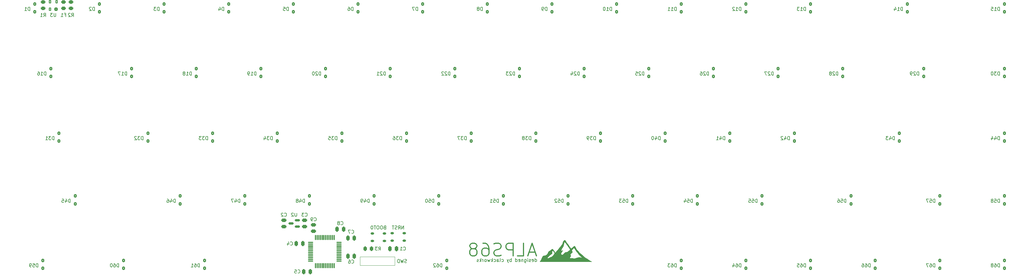
<source format=gbo>
G04 #@! TF.GenerationSoftware,KiCad,Pcbnew,(6.0.2)*
G04 #@! TF.CreationDate,2022-08-27T10:29:13-07:00*
G04 #@! TF.ProjectId,Alps68,416c7073-3638-42e6-9b69-6361645f7063,A*
G04 #@! TF.SameCoordinates,Original*
G04 #@! TF.FileFunction,Legend,Bot*
G04 #@! TF.FilePolarity,Positive*
%FSLAX46Y46*%
G04 Gerber Fmt 4.6, Leading zero omitted, Abs format (unit mm)*
G04 Created by KiCad (PCBNEW (6.0.2)) date 2022-08-27 10:29:13*
%MOMM*%
%LPD*%
G01*
G04 APERTURE LIST*
G04 Aperture macros list*
%AMRoundRect*
0 Rectangle with rounded corners*
0 $1 Rounding radius*
0 $2 $3 $4 $5 $6 $7 $8 $9 X,Y pos of 4 corners*
0 Add a 4 corners polygon primitive as box body*
4,1,4,$2,$3,$4,$5,$6,$7,$8,$9,$2,$3,0*
0 Add four circle primitives for the rounded corners*
1,1,$1+$1,$2,$3*
1,1,$1+$1,$4,$5*
1,1,$1+$1,$6,$7*
1,1,$1+$1,$8,$9*
0 Add four rect primitives between the rounded corners*
20,1,$1+$1,$2,$3,$4,$5,0*
20,1,$1+$1,$4,$5,$6,$7,0*
20,1,$1+$1,$6,$7,$8,$9,0*
20,1,$1+$1,$8,$9,$2,$3,0*%
%AMHorizOval*
0 Thick line with rounded ends*
0 $1 width*
0 $2 $3 position (X,Y) of the first rounded end (center of the circle)*
0 $4 $5 position (X,Y) of the second rounded end (center of the circle)*
0 Add line between two ends*
20,1,$1,$2,$3,$4,$5,0*
0 Add two circle primitives to create the rounded ends*
1,1,$1,$2,$3*
1,1,$1,$4,$5*%
G04 Aperture macros list end*
%ADD10C,0.150000*%
%ADD11C,0.350000*%
%ADD12C,0.120000*%
%ADD13C,3.987800*%
%ADD14C,1.750000*%
%ADD15C,2.250000*%
%ADD16HorizOval,2.250000X0.655008X0.729993X-0.655008X-0.729993X0*%
%ADD17HorizOval,2.250000X0.020004X0.290000X-0.020004X-0.290000X0*%
%ADD18C,0.800000*%
%ADD19C,6.400000*%
%ADD20C,3.048000*%
%ADD21C,5.400000*%
%ADD22RoundRect,0.160000X0.240000X-0.340000X0.240000X0.340000X-0.240000X0.340000X-0.240000X-0.340000X0*%
%ADD23RoundRect,0.150000X0.350000X0.150000X-0.350000X0.150000X-0.350000X-0.150000X0.350000X-0.150000X0*%
%ADD24RoundRect,0.250000X0.250000X0.475000X-0.250000X0.475000X-0.250000X-0.475000X0.250000X-0.475000X0*%
%ADD25RoundRect,0.250000X-0.250000X-0.475000X0.250000X-0.475000X0.250000X0.475000X-0.250000X0.475000X0*%
%ADD26RoundRect,0.250000X-0.262500X-0.450000X0.262500X-0.450000X0.262500X0.450000X-0.262500X0.450000X0*%
%ADD27RoundRect,0.250000X0.450000X-0.262500X0.450000X0.262500X-0.450000X0.262500X-0.450000X-0.262500X0*%
%ADD28RoundRect,0.250000X0.475000X-0.250000X0.475000X0.250000X-0.475000X0.250000X-0.475000X-0.250000X0*%
%ADD29C,0.650000*%
%ADD30R,0.600000X1.450000*%
%ADD31R,0.300000X1.450000*%
%ADD32O,1.000000X2.100000*%
%ADD33O,1.000000X1.600000*%
%ADD34R,1.700000X1.700000*%
%ADD35O,1.700000X1.700000*%
%ADD36RoundRect,0.200000X0.300000X0.325000X-0.300000X0.325000X-0.300000X-0.325000X0.300000X-0.325000X0*%
%ADD37RoundRect,0.120000X0.180000X0.405000X-0.180000X0.405000X-0.180000X-0.405000X0.180000X-0.405000X0*%
%ADD38RoundRect,0.150000X0.587500X0.150000X-0.587500X0.150000X-0.587500X-0.150000X0.587500X-0.150000X0*%
%ADD39RoundRect,0.075000X0.662500X0.075000X-0.662500X0.075000X-0.662500X-0.075000X0.662500X-0.075000X0*%
%ADD40RoundRect,0.075000X0.075000X0.662500X-0.075000X0.662500X-0.075000X-0.662500X0.075000X-0.662500X0*%
%ADD41RoundRect,0.243750X0.456250X-0.243750X0.456250X0.243750X-0.456250X0.243750X-0.456250X-0.243750X0*%
G04 APERTURE END LIST*
D10*
X147915142Y-133264185D02*
X147772285Y-133311804D01*
X147534190Y-133311804D01*
X147438952Y-133264185D01*
X147391333Y-133216566D01*
X147343714Y-133121328D01*
X147343714Y-133026090D01*
X147391333Y-132930852D01*
X147438952Y-132883233D01*
X147534190Y-132835614D01*
X147724666Y-132787995D01*
X147819904Y-132740376D01*
X147867523Y-132692757D01*
X147915142Y-132597519D01*
X147915142Y-132502281D01*
X147867523Y-132407043D01*
X147819904Y-132359424D01*
X147724666Y-132311804D01*
X147486571Y-132311804D01*
X147343714Y-132359424D01*
X147010380Y-132311804D02*
X146772285Y-133311804D01*
X146581809Y-132597519D01*
X146391333Y-133311804D01*
X146153238Y-132311804D01*
X145772285Y-133311804D02*
X145772285Y-132311804D01*
X145534190Y-132311804D01*
X145391333Y-132359424D01*
X145296095Y-132454662D01*
X145248476Y-132549900D01*
X145200857Y-132740376D01*
X145200857Y-132883233D01*
X145248476Y-133073709D01*
X145296095Y-133168947D01*
X145391333Y-133264185D01*
X145534190Y-133311804D01*
X145772285Y-133311804D01*
X185759523Y-133002380D02*
X185759523Y-132002380D01*
X185759523Y-132954761D02*
X185854761Y-133002380D01*
X186045238Y-133002380D01*
X186140476Y-132954761D01*
X186188095Y-132907142D01*
X186235714Y-132811904D01*
X186235714Y-132526190D01*
X186188095Y-132430952D01*
X186140476Y-132383333D01*
X186045238Y-132335714D01*
X185854761Y-132335714D01*
X185759523Y-132383333D01*
X184902380Y-132954761D02*
X184997619Y-133002380D01*
X185188095Y-133002380D01*
X185283333Y-132954761D01*
X185330952Y-132859523D01*
X185330952Y-132478571D01*
X185283333Y-132383333D01*
X185188095Y-132335714D01*
X184997619Y-132335714D01*
X184902380Y-132383333D01*
X184854761Y-132478571D01*
X184854761Y-132573809D01*
X185330952Y-132669047D01*
X184473809Y-132954761D02*
X184378571Y-133002380D01*
X184188095Y-133002380D01*
X184092857Y-132954761D01*
X184045238Y-132859523D01*
X184045238Y-132811904D01*
X184092857Y-132716666D01*
X184188095Y-132669047D01*
X184330952Y-132669047D01*
X184426190Y-132621428D01*
X184473809Y-132526190D01*
X184473809Y-132478571D01*
X184426190Y-132383333D01*
X184330952Y-132335714D01*
X184188095Y-132335714D01*
X184092857Y-132383333D01*
X183616666Y-133002380D02*
X183616666Y-132335714D01*
X183616666Y-132002380D02*
X183664285Y-132050000D01*
X183616666Y-132097619D01*
X183569047Y-132050000D01*
X183616666Y-132002380D01*
X183616666Y-132097619D01*
X182711904Y-132335714D02*
X182711904Y-133145238D01*
X182759523Y-133240476D01*
X182807142Y-133288095D01*
X182902380Y-133335714D01*
X183045238Y-133335714D01*
X183140476Y-133288095D01*
X182711904Y-132954761D02*
X182807142Y-133002380D01*
X182997619Y-133002380D01*
X183092857Y-132954761D01*
X183140476Y-132907142D01*
X183188095Y-132811904D01*
X183188095Y-132526190D01*
X183140476Y-132430952D01*
X183092857Y-132383333D01*
X182997619Y-132335714D01*
X182807142Y-132335714D01*
X182711904Y-132383333D01*
X182235714Y-132335714D02*
X182235714Y-133002380D01*
X182235714Y-132430952D02*
X182188095Y-132383333D01*
X182092857Y-132335714D01*
X181950000Y-132335714D01*
X181854761Y-132383333D01*
X181807142Y-132478571D01*
X181807142Y-133002380D01*
X180950000Y-132954761D02*
X181045238Y-133002380D01*
X181235714Y-133002380D01*
X181330952Y-132954761D01*
X181378571Y-132859523D01*
X181378571Y-132478571D01*
X181330952Y-132383333D01*
X181235714Y-132335714D01*
X181045238Y-132335714D01*
X180950000Y-132383333D01*
X180902380Y-132478571D01*
X180902380Y-132573809D01*
X181378571Y-132669047D01*
X180045238Y-133002380D02*
X180045238Y-132002380D01*
X180045238Y-132954761D02*
X180140476Y-133002380D01*
X180330952Y-133002380D01*
X180426190Y-132954761D01*
X180473809Y-132907142D01*
X180521428Y-132811904D01*
X180521428Y-132526190D01*
X180473809Y-132430952D01*
X180426190Y-132383333D01*
X180330952Y-132335714D01*
X180140476Y-132335714D01*
X180045238Y-132383333D01*
X178807142Y-133002380D02*
X178807142Y-132002380D01*
X178807142Y-132383333D02*
X178711904Y-132335714D01*
X178521428Y-132335714D01*
X178426190Y-132383333D01*
X178378571Y-132430952D01*
X178330952Y-132526190D01*
X178330952Y-132811904D01*
X178378571Y-132907142D01*
X178426190Y-132954761D01*
X178521428Y-133002380D01*
X178711904Y-133002380D01*
X178807142Y-132954761D01*
X177997619Y-132335714D02*
X177759523Y-133002380D01*
X177521428Y-132335714D02*
X177759523Y-133002380D01*
X177854761Y-133240476D01*
X177902380Y-133288095D01*
X177997619Y-133335714D01*
X175950000Y-132954761D02*
X176045238Y-133002380D01*
X176235714Y-133002380D01*
X176330952Y-132954761D01*
X176378571Y-132907142D01*
X176426190Y-132811904D01*
X176426190Y-132526190D01*
X176378571Y-132430952D01*
X176330952Y-132383333D01*
X176235714Y-132335714D01*
X176045238Y-132335714D01*
X175950000Y-132383333D01*
X175378571Y-133002380D02*
X175473809Y-132954761D01*
X175521428Y-132859523D01*
X175521428Y-132002380D01*
X174569047Y-133002380D02*
X174569047Y-132478571D01*
X174616666Y-132383333D01*
X174711904Y-132335714D01*
X174902380Y-132335714D01*
X174997619Y-132383333D01*
X174569047Y-132954761D02*
X174664285Y-133002380D01*
X174902380Y-133002380D01*
X174997619Y-132954761D01*
X175045238Y-132859523D01*
X175045238Y-132764285D01*
X174997619Y-132669047D01*
X174902380Y-132621428D01*
X174664285Y-132621428D01*
X174569047Y-132573809D01*
X173664285Y-132954761D02*
X173759523Y-133002380D01*
X173950000Y-133002380D01*
X174045238Y-132954761D01*
X174092857Y-132907142D01*
X174140476Y-132811904D01*
X174140476Y-132526190D01*
X174092857Y-132430952D01*
X174045238Y-132383333D01*
X173950000Y-132335714D01*
X173759523Y-132335714D01*
X173664285Y-132383333D01*
X173235714Y-133002380D02*
X173235714Y-132002380D01*
X173140476Y-132621428D02*
X172854761Y-133002380D01*
X172854761Y-132335714D02*
X173235714Y-132716666D01*
X172521428Y-132335714D02*
X172330952Y-133002380D01*
X172140476Y-132526190D01*
X171950000Y-133002380D01*
X171759523Y-132335714D01*
X171235714Y-133002380D02*
X171330952Y-132954761D01*
X171378571Y-132907142D01*
X171426190Y-132811904D01*
X171426190Y-132526190D01*
X171378571Y-132430952D01*
X171330952Y-132383333D01*
X171235714Y-132335714D01*
X171092857Y-132335714D01*
X170997619Y-132383333D01*
X170950000Y-132430952D01*
X170902380Y-132526190D01*
X170902380Y-132811904D01*
X170950000Y-132907142D01*
X170997619Y-132954761D01*
X171092857Y-133002380D01*
X171235714Y-133002380D01*
X170473809Y-133002380D02*
X170473809Y-132335714D01*
X170473809Y-132526190D02*
X170426190Y-132430952D01*
X170378571Y-132383333D01*
X170283333Y-132335714D01*
X170188095Y-132335714D01*
X169854761Y-133002380D02*
X169854761Y-132002380D01*
X169759523Y-132621428D02*
X169473809Y-133002380D01*
X169473809Y-132335714D02*
X169854761Y-132716666D01*
X169092857Y-132954761D02*
X168997619Y-133002380D01*
X168807142Y-133002380D01*
X168711904Y-132954761D01*
X168664285Y-132859523D01*
X168664285Y-132811904D01*
X168711904Y-132716666D01*
X168807142Y-132669047D01*
X168950000Y-132669047D01*
X169045238Y-132621428D01*
X169092857Y-132526190D01*
X169092857Y-132478571D01*
X169045238Y-132383333D01*
X168950000Y-132335714D01*
X168807142Y-132335714D01*
X168711904Y-132383333D01*
D11*
X185792857Y-130225000D02*
X184007142Y-130225000D01*
X186150000Y-131296428D02*
X184900000Y-127546428D01*
X183650000Y-131296428D01*
X180614285Y-131296428D02*
X182400000Y-131296428D01*
X182400000Y-127546428D01*
X179364285Y-131296428D02*
X179364285Y-127546428D01*
X177935714Y-127546428D01*
X177578571Y-127725000D01*
X177400000Y-127903571D01*
X177221428Y-128260714D01*
X177221428Y-128796428D01*
X177400000Y-129153571D01*
X177578571Y-129332142D01*
X177935714Y-129510714D01*
X179364285Y-129510714D01*
X175792857Y-131117857D02*
X175257142Y-131296428D01*
X174364285Y-131296428D01*
X174007142Y-131117857D01*
X173828571Y-130939285D01*
X173650000Y-130582142D01*
X173650000Y-130225000D01*
X173828571Y-129867857D01*
X174007142Y-129689285D01*
X174364285Y-129510714D01*
X175078571Y-129332142D01*
X175435714Y-129153571D01*
X175614285Y-128975000D01*
X175792857Y-128617857D01*
X175792857Y-128260714D01*
X175614285Y-127903571D01*
X175435714Y-127725000D01*
X175078571Y-127546428D01*
X174185714Y-127546428D01*
X173650000Y-127725000D01*
X170435714Y-127546428D02*
X171150000Y-127546428D01*
X171507142Y-127725000D01*
X171685714Y-127903571D01*
X172042857Y-128439285D01*
X172221428Y-129153571D01*
X172221428Y-130582142D01*
X172042857Y-130939285D01*
X171864285Y-131117857D01*
X171507142Y-131296428D01*
X170792857Y-131296428D01*
X170435714Y-131117857D01*
X170257142Y-130939285D01*
X170078571Y-130582142D01*
X170078571Y-129689285D01*
X170257142Y-129332142D01*
X170435714Y-129153571D01*
X170792857Y-128975000D01*
X171507142Y-128975000D01*
X171864285Y-129153571D01*
X172042857Y-129332142D01*
X172221428Y-129689285D01*
X167935714Y-129153571D02*
X168292857Y-128975000D01*
X168471428Y-128796428D01*
X168650000Y-128439285D01*
X168650000Y-128260714D01*
X168471428Y-127903571D01*
X168292857Y-127725000D01*
X167935714Y-127546428D01*
X167221428Y-127546428D01*
X166864285Y-127725000D01*
X166685714Y-127903571D01*
X166507142Y-128260714D01*
X166507142Y-128439285D01*
X166685714Y-128796428D01*
X166864285Y-128975000D01*
X167221428Y-129153571D01*
X167935714Y-129153571D01*
X168292857Y-129332142D01*
X168471428Y-129510714D01*
X168650000Y-129867857D01*
X168650000Y-130582142D01*
X168471428Y-130939285D01*
X168292857Y-131117857D01*
X167935714Y-131296428D01*
X167221428Y-131296428D01*
X166864285Y-131117857D01*
X166685714Y-130939285D01*
X166507142Y-130582142D01*
X166507142Y-129867857D01*
X166685714Y-129510714D01*
X166864285Y-129332142D01*
X167221428Y-129153571D01*
D10*
X232159304Y-115542499D02*
X232159304Y-114542499D01*
X231921209Y-114542499D01*
X231778352Y-114590119D01*
X231683114Y-114685357D01*
X231635495Y-114780595D01*
X231587876Y-114971071D01*
X231587876Y-115113928D01*
X231635495Y-115304404D01*
X231683114Y-115399642D01*
X231778352Y-115494880D01*
X231921209Y-115542499D01*
X232159304Y-115542499D01*
X230683114Y-114542499D02*
X231159304Y-114542499D01*
X231206923Y-115018690D01*
X231159304Y-114971071D01*
X231064066Y-114923452D01*
X230825971Y-114923452D01*
X230730733Y-114971071D01*
X230683114Y-115018690D01*
X230635495Y-115113928D01*
X230635495Y-115352023D01*
X230683114Y-115447261D01*
X230730733Y-115494880D01*
X230825971Y-115542499D01*
X231064066Y-115542499D01*
X231159304Y-115494880D01*
X231206923Y-115447261D01*
X229778352Y-114875833D02*
X229778352Y-115542499D01*
X230016447Y-114494880D02*
X230254542Y-115209166D01*
X229635495Y-115209166D01*
X236921804Y-78013040D02*
X236921804Y-77013040D01*
X236683709Y-77013040D01*
X236540852Y-77060660D01*
X236445614Y-77155898D01*
X236397995Y-77251136D01*
X236350376Y-77441612D01*
X236350376Y-77584469D01*
X236397995Y-77774945D01*
X236445614Y-77870183D01*
X236540852Y-77965421D01*
X236683709Y-78013040D01*
X236921804Y-78013040D01*
X235969423Y-77108279D02*
X235921804Y-77060660D01*
X235826566Y-77013040D01*
X235588471Y-77013040D01*
X235493233Y-77060660D01*
X235445614Y-77108279D01*
X235397995Y-77203517D01*
X235397995Y-77298755D01*
X235445614Y-77441612D01*
X236017042Y-78013040D01*
X235397995Y-78013040D01*
X234540852Y-77013040D02*
X234731328Y-77013040D01*
X234826566Y-77060660D01*
X234874185Y-77108279D01*
X234969423Y-77251136D01*
X235017042Y-77441612D01*
X235017042Y-77822564D01*
X234969423Y-77917802D01*
X234921804Y-77965421D01*
X234826566Y-78013040D01*
X234636090Y-78013040D01*
X234540852Y-77965421D01*
X234493233Y-77917802D01*
X234445614Y-77822564D01*
X234445614Y-77584469D01*
X234493233Y-77489231D01*
X234540852Y-77441612D01*
X234636090Y-77393993D01*
X234826566Y-77393993D01*
X234921804Y-77441612D01*
X234969423Y-77489231D01*
X235017042Y-77584469D01*
X147068057Y-123420040D02*
X147068057Y-122420040D01*
X146496628Y-123420040D01*
X146496628Y-122420040D01*
X145449009Y-123420040D02*
X145782342Y-122943850D01*
X146020438Y-123420040D02*
X146020438Y-122420040D01*
X145639485Y-122420040D01*
X145544247Y-122467660D01*
X145496628Y-122515279D01*
X145449009Y-122610517D01*
X145449009Y-122753374D01*
X145496628Y-122848612D01*
X145544247Y-122896231D01*
X145639485Y-122943850D01*
X146020438Y-122943850D01*
X145068057Y-123372421D02*
X144925200Y-123420040D01*
X144687104Y-123420040D01*
X144591866Y-123372421D01*
X144544247Y-123324802D01*
X144496628Y-123229564D01*
X144496628Y-123134326D01*
X144544247Y-123039088D01*
X144591866Y-122991469D01*
X144687104Y-122943850D01*
X144877580Y-122896231D01*
X144972819Y-122848612D01*
X145020438Y-122800993D01*
X145068057Y-122705755D01*
X145068057Y-122610517D01*
X145020438Y-122515279D01*
X144972819Y-122467660D01*
X144877580Y-122420040D01*
X144639485Y-122420040D01*
X144496628Y-122467660D01*
X144210914Y-122420040D02*
X143639485Y-122420040D01*
X143925200Y-123420040D02*
X143925200Y-122420040D01*
X303596804Y-134563040D02*
X303596804Y-133563040D01*
X303358709Y-133563040D01*
X303215852Y-133610660D01*
X303120614Y-133705898D01*
X303072995Y-133801136D01*
X303025376Y-133991612D01*
X303025376Y-134134469D01*
X303072995Y-134324945D01*
X303120614Y-134420183D01*
X303215852Y-134515421D01*
X303358709Y-134563040D01*
X303596804Y-134563040D01*
X302168233Y-133563040D02*
X302358709Y-133563040D01*
X302453947Y-133610660D01*
X302501566Y-133658279D01*
X302596804Y-133801136D01*
X302644423Y-133991612D01*
X302644423Y-134372564D01*
X302596804Y-134467802D01*
X302549185Y-134515421D01*
X302453947Y-134563040D01*
X302263471Y-134563040D01*
X302168233Y-134515421D01*
X302120614Y-134467802D01*
X302072995Y-134372564D01*
X302072995Y-134134469D01*
X302120614Y-134039231D01*
X302168233Y-133991612D01*
X302263471Y-133943993D01*
X302453947Y-133943993D01*
X302549185Y-133991612D01*
X302596804Y-134039231D01*
X302644423Y-134134469D01*
X301739661Y-133563040D02*
X301072995Y-133563040D01*
X301501566Y-134563040D01*
X98809304Y-115542499D02*
X98809304Y-114542499D01*
X98571209Y-114542499D01*
X98428352Y-114590119D01*
X98333114Y-114685357D01*
X98285495Y-114780595D01*
X98237876Y-114971071D01*
X98237876Y-115113928D01*
X98285495Y-115304404D01*
X98333114Y-115399642D01*
X98428352Y-115494880D01*
X98571209Y-115542499D01*
X98809304Y-115542499D01*
X97380733Y-114875833D02*
X97380733Y-115542499D01*
X97618828Y-114494880D02*
X97856923Y-115209166D01*
X97237876Y-115209166D01*
X96952161Y-114542499D02*
X96285495Y-114542499D01*
X96714066Y-115542499D01*
X189296804Y-58963040D02*
X189296804Y-57963040D01*
X189058709Y-57963040D01*
X188915852Y-58010660D01*
X188820614Y-58105898D01*
X188772995Y-58201136D01*
X188725376Y-58391612D01*
X188725376Y-58534469D01*
X188772995Y-58724945D01*
X188820614Y-58820183D01*
X188915852Y-58915421D01*
X189058709Y-58963040D01*
X189296804Y-58963040D01*
X188249185Y-58963040D02*
X188058709Y-58963040D01*
X187963471Y-58915421D01*
X187915852Y-58867802D01*
X187820614Y-58724945D01*
X187772995Y-58534469D01*
X187772995Y-58153517D01*
X187820614Y-58058279D01*
X187868233Y-58010660D01*
X187963471Y-57963040D01*
X188153947Y-57963040D01*
X188249185Y-58010660D01*
X188296804Y-58058279D01*
X188344423Y-58153517D01*
X188344423Y-58391612D01*
X188296804Y-58486850D01*
X188249185Y-58534469D01*
X188153947Y-58582088D01*
X187963471Y-58582088D01*
X187868233Y-58534469D01*
X187820614Y-58486850D01*
X187772995Y-58391612D01*
X160721804Y-78013040D02*
X160721804Y-77013040D01*
X160483709Y-77013040D01*
X160340852Y-77060660D01*
X160245614Y-77155898D01*
X160197995Y-77251136D01*
X160150376Y-77441612D01*
X160150376Y-77584469D01*
X160197995Y-77774945D01*
X160245614Y-77870183D01*
X160340852Y-77965421D01*
X160483709Y-78013040D01*
X160721804Y-78013040D01*
X159769423Y-77108279D02*
X159721804Y-77060660D01*
X159626566Y-77013040D01*
X159388471Y-77013040D01*
X159293233Y-77060660D01*
X159245614Y-77108279D01*
X159197995Y-77203517D01*
X159197995Y-77298755D01*
X159245614Y-77441612D01*
X159817042Y-78013040D01*
X159197995Y-78013040D01*
X158817042Y-77108279D02*
X158769423Y-77060660D01*
X158674185Y-77013040D01*
X158436090Y-77013040D01*
X158340852Y-77060660D01*
X158293233Y-77108279D01*
X158245614Y-77203517D01*
X158245614Y-77298755D01*
X158293233Y-77441612D01*
X158864661Y-78013040D01*
X158245614Y-78013040D01*
X322646804Y-115542499D02*
X322646804Y-114542499D01*
X322408709Y-114542499D01*
X322265852Y-114590119D01*
X322170614Y-114685357D01*
X322122995Y-114780595D01*
X322075376Y-114971071D01*
X322075376Y-115113928D01*
X322122995Y-115304404D01*
X322170614Y-115399642D01*
X322265852Y-115494880D01*
X322408709Y-115542499D01*
X322646804Y-115542499D01*
X321170614Y-114542499D02*
X321646804Y-114542499D01*
X321694423Y-115018690D01*
X321646804Y-114971071D01*
X321551566Y-114923452D01*
X321313471Y-114923452D01*
X321218233Y-114971071D01*
X321170614Y-115018690D01*
X321122995Y-115113928D01*
X321122995Y-115352023D01*
X321170614Y-115447261D01*
X321218233Y-115494880D01*
X321313471Y-115542499D01*
X321551566Y-115542499D01*
X321646804Y-115494880D01*
X321694423Y-115447261D01*
X320551566Y-114971071D02*
X320646804Y-114923452D01*
X320694423Y-114875833D01*
X320742042Y-114780595D01*
X320742042Y-114732976D01*
X320694423Y-114637738D01*
X320646804Y-114590119D01*
X320551566Y-114542499D01*
X320361090Y-114542499D01*
X320265852Y-114590119D01*
X320218233Y-114637738D01*
X320170614Y-114732976D01*
X320170614Y-114780595D01*
X320218233Y-114875833D01*
X320265852Y-114923452D01*
X320361090Y-114971071D01*
X320551566Y-114971071D01*
X320646804Y-115018690D01*
X320694423Y-115066309D01*
X320742042Y-115161547D01*
X320742042Y-115352023D01*
X320694423Y-115447261D01*
X320646804Y-115494880D01*
X320551566Y-115542499D01*
X320361090Y-115542499D01*
X320265852Y-115494880D01*
X320218233Y-115447261D01*
X320170614Y-115352023D01*
X320170614Y-115161547D01*
X320218233Y-115066309D01*
X320265852Y-115018690D01*
X320361090Y-114971071D01*
X55946804Y-58963040D02*
X55946804Y-57963040D01*
X55708709Y-57963040D01*
X55565852Y-58010660D01*
X55470614Y-58105898D01*
X55422995Y-58201136D01*
X55375376Y-58391612D01*
X55375376Y-58534469D01*
X55422995Y-58724945D01*
X55470614Y-58820183D01*
X55565852Y-58915421D01*
X55708709Y-58963040D01*
X55946804Y-58963040D01*
X54994423Y-58058279D02*
X54946804Y-58010660D01*
X54851566Y-57963040D01*
X54613471Y-57963040D01*
X54518233Y-58010660D01*
X54470614Y-58058279D01*
X54422995Y-58153517D01*
X54422995Y-58248755D01*
X54470614Y-58391612D01*
X55042042Y-58963040D01*
X54422995Y-58963040D01*
X255971804Y-78013040D02*
X255971804Y-77013040D01*
X255733709Y-77013040D01*
X255590852Y-77060660D01*
X255495614Y-77155898D01*
X255447995Y-77251136D01*
X255400376Y-77441612D01*
X255400376Y-77584469D01*
X255447995Y-77774945D01*
X255495614Y-77870183D01*
X255590852Y-77965421D01*
X255733709Y-78013040D01*
X255971804Y-78013040D01*
X255019423Y-77108279D02*
X254971804Y-77060660D01*
X254876566Y-77013040D01*
X254638471Y-77013040D01*
X254543233Y-77060660D01*
X254495614Y-77108279D01*
X254447995Y-77203517D01*
X254447995Y-77298755D01*
X254495614Y-77441612D01*
X255067042Y-78013040D01*
X254447995Y-78013040D01*
X254114661Y-77013040D02*
X253447995Y-77013040D01*
X253876566Y-78013040D01*
X94046804Y-58963040D02*
X94046804Y-57963040D01*
X93808709Y-57963040D01*
X93665852Y-58010660D01*
X93570614Y-58105898D01*
X93522995Y-58201136D01*
X93475376Y-58391612D01*
X93475376Y-58534469D01*
X93522995Y-58724945D01*
X93570614Y-58820183D01*
X93665852Y-58915421D01*
X93808709Y-58963040D01*
X94046804Y-58963040D01*
X92618233Y-58296374D02*
X92618233Y-58963040D01*
X92856328Y-57915421D02*
X93094423Y-58629707D01*
X92475376Y-58629707D01*
X213109304Y-115542499D02*
X213109304Y-114542499D01*
X212871209Y-114542499D01*
X212728352Y-114590119D01*
X212633114Y-114685357D01*
X212585495Y-114780595D01*
X212537876Y-114971071D01*
X212537876Y-115113928D01*
X212585495Y-115304404D01*
X212633114Y-115399642D01*
X212728352Y-115494880D01*
X212871209Y-115542499D01*
X213109304Y-115542499D01*
X211633114Y-114542499D02*
X212109304Y-114542499D01*
X212156923Y-115018690D01*
X212109304Y-114971071D01*
X212014066Y-114923452D01*
X211775971Y-114923452D01*
X211680733Y-114971071D01*
X211633114Y-115018690D01*
X211585495Y-115113928D01*
X211585495Y-115352023D01*
X211633114Y-115447261D01*
X211680733Y-115494880D01*
X211775971Y-115542499D01*
X212014066Y-115542499D01*
X212109304Y-115494880D01*
X212156923Y-115447261D01*
X211252161Y-114542499D02*
X210633114Y-114542499D01*
X210966447Y-114923452D01*
X210823590Y-114923452D01*
X210728352Y-114971071D01*
X210680733Y-115018690D01*
X210633114Y-115113928D01*
X210633114Y-115352023D01*
X210680733Y-115447261D01*
X210728352Y-115494880D01*
X210823590Y-115542499D01*
X211109304Y-115542499D01*
X211204542Y-115494880D01*
X211252161Y-115447261D01*
X184534304Y-97063040D02*
X184534304Y-96063040D01*
X184296209Y-96063040D01*
X184153352Y-96110660D01*
X184058114Y-96205898D01*
X184010495Y-96301136D01*
X183962876Y-96491612D01*
X183962876Y-96634469D01*
X184010495Y-96824945D01*
X184058114Y-96920183D01*
X184153352Y-97015421D01*
X184296209Y-97063040D01*
X184534304Y-97063040D01*
X183629542Y-96063040D02*
X183010495Y-96063040D01*
X183343828Y-96443993D01*
X183200971Y-96443993D01*
X183105733Y-96491612D01*
X183058114Y-96539231D01*
X183010495Y-96634469D01*
X183010495Y-96872564D01*
X183058114Y-96967802D01*
X183105733Y-97015421D01*
X183200971Y-97063040D01*
X183486685Y-97063040D01*
X183581923Y-97015421D01*
X183629542Y-96967802D01*
X182439066Y-96491612D02*
X182534304Y-96443993D01*
X182581923Y-96396374D01*
X182629542Y-96301136D01*
X182629542Y-96253517D01*
X182581923Y-96158279D01*
X182534304Y-96110660D01*
X182439066Y-96063040D01*
X182248590Y-96063040D01*
X182153352Y-96110660D01*
X182105733Y-96158279D01*
X182058114Y-96253517D01*
X182058114Y-96301136D01*
X182105733Y-96396374D01*
X182153352Y-96443993D01*
X182248590Y-96491612D01*
X182439066Y-96491612D01*
X182534304Y-96539231D01*
X182581923Y-96586850D01*
X182629542Y-96682088D01*
X182629542Y-96872564D01*
X182581923Y-96967802D01*
X182534304Y-97015421D01*
X182439066Y-97063040D01*
X182248590Y-97063040D01*
X182153352Y-97015421D01*
X182105733Y-96967802D01*
X182058114Y-96872564D01*
X182058114Y-96682088D01*
X182105733Y-96586850D01*
X182153352Y-96539231D01*
X182248590Y-96491612D01*
X89284304Y-97063040D02*
X89284304Y-96063040D01*
X89046209Y-96063040D01*
X88903352Y-96110660D01*
X88808114Y-96205898D01*
X88760495Y-96301136D01*
X88712876Y-96491612D01*
X88712876Y-96634469D01*
X88760495Y-96824945D01*
X88808114Y-96920183D01*
X88903352Y-97015421D01*
X89046209Y-97063040D01*
X89284304Y-97063040D01*
X88379542Y-96063040D02*
X87760495Y-96063040D01*
X88093828Y-96443993D01*
X87950971Y-96443993D01*
X87855733Y-96491612D01*
X87808114Y-96539231D01*
X87760495Y-96634469D01*
X87760495Y-96872564D01*
X87808114Y-96967802D01*
X87855733Y-97015421D01*
X87950971Y-97063040D01*
X88236685Y-97063040D01*
X88331923Y-97015421D01*
X88379542Y-96967802D01*
X87427161Y-96063040D02*
X86808114Y-96063040D01*
X87141447Y-96443993D01*
X86998590Y-96443993D01*
X86903352Y-96491612D01*
X86855733Y-96539231D01*
X86808114Y-96634469D01*
X86808114Y-96872564D01*
X86855733Y-96967802D01*
X86903352Y-97015421D01*
X86998590Y-97063040D01*
X87284304Y-97063040D01*
X87379542Y-97015421D01*
X87427161Y-96967802D01*
X322646804Y-134563040D02*
X322646804Y-133563040D01*
X322408709Y-133563040D01*
X322265852Y-133610660D01*
X322170614Y-133705898D01*
X322122995Y-133801136D01*
X322075376Y-133991612D01*
X322075376Y-134134469D01*
X322122995Y-134324945D01*
X322170614Y-134420183D01*
X322265852Y-134515421D01*
X322408709Y-134563040D01*
X322646804Y-134563040D01*
X321218233Y-133563040D02*
X321408709Y-133563040D01*
X321503947Y-133610660D01*
X321551566Y-133658279D01*
X321646804Y-133801136D01*
X321694423Y-133991612D01*
X321694423Y-134372564D01*
X321646804Y-134467802D01*
X321599185Y-134515421D01*
X321503947Y-134563040D01*
X321313471Y-134563040D01*
X321218233Y-134515421D01*
X321170614Y-134467802D01*
X321122995Y-134372564D01*
X321122995Y-134134469D01*
X321170614Y-134039231D01*
X321218233Y-133991612D01*
X321313471Y-133943993D01*
X321503947Y-133943993D01*
X321599185Y-133991612D01*
X321646804Y-134039231D01*
X321694423Y-134134469D01*
X320551566Y-133991612D02*
X320646804Y-133943993D01*
X320694423Y-133896374D01*
X320742042Y-133801136D01*
X320742042Y-133753517D01*
X320694423Y-133658279D01*
X320646804Y-133610660D01*
X320551566Y-133563040D01*
X320361090Y-133563040D01*
X320265852Y-133610660D01*
X320218233Y-133658279D01*
X320170614Y-133753517D01*
X320170614Y-133801136D01*
X320218233Y-133896374D01*
X320265852Y-133943993D01*
X320361090Y-133991612D01*
X320551566Y-133991612D01*
X320646804Y-134039231D01*
X320694423Y-134086850D01*
X320742042Y-134182088D01*
X320742042Y-134372564D01*
X320694423Y-134467802D01*
X320646804Y-134515421D01*
X320551566Y-134563040D01*
X320361090Y-134563040D01*
X320265852Y-134515421D01*
X320218233Y-134467802D01*
X320170614Y-134372564D01*
X320170614Y-134182088D01*
X320218233Y-134086850D01*
X320265852Y-134039231D01*
X320361090Y-133991612D01*
X146993866Y-129541542D02*
X147041485Y-129589161D01*
X147184342Y-129636780D01*
X147279580Y-129636780D01*
X147422438Y-129589161D01*
X147517676Y-129493923D01*
X147565295Y-129398685D01*
X147612914Y-129208209D01*
X147612914Y-129065352D01*
X147565295Y-128874876D01*
X147517676Y-128779638D01*
X147422438Y-128684400D01*
X147279580Y-128636780D01*
X147184342Y-128636780D01*
X147041485Y-128684400D01*
X146993866Y-128732019D01*
X146041485Y-129636780D02*
X146612914Y-129636780D01*
X146327200Y-129636780D02*
X146327200Y-128636780D01*
X146422438Y-128779638D01*
X146517676Y-128874876D01*
X146612914Y-128922495D01*
X179771804Y-78013040D02*
X179771804Y-77013040D01*
X179533709Y-77013040D01*
X179390852Y-77060660D01*
X179295614Y-77155898D01*
X179247995Y-77251136D01*
X179200376Y-77441612D01*
X179200376Y-77584469D01*
X179247995Y-77774945D01*
X179295614Y-77870183D01*
X179390852Y-77965421D01*
X179533709Y-78013040D01*
X179771804Y-78013040D01*
X178819423Y-77108279D02*
X178771804Y-77060660D01*
X178676566Y-77013040D01*
X178438471Y-77013040D01*
X178343233Y-77060660D01*
X178295614Y-77108279D01*
X178247995Y-77203517D01*
X178247995Y-77298755D01*
X178295614Y-77441612D01*
X178867042Y-78013040D01*
X178247995Y-78013040D01*
X177914661Y-77013040D02*
X177295614Y-77013040D01*
X177628947Y-77393993D01*
X177486090Y-77393993D01*
X177390852Y-77441612D01*
X177343233Y-77489231D01*
X177295614Y-77584469D01*
X177295614Y-77822564D01*
X177343233Y-77917802D01*
X177390852Y-77965421D01*
X177486090Y-78013040D01*
X177771804Y-78013040D01*
X177867042Y-77965421D01*
X177914661Y-77917802D01*
X146434304Y-97063040D02*
X146434304Y-96063040D01*
X146196209Y-96063040D01*
X146053352Y-96110660D01*
X145958114Y-96205898D01*
X145910495Y-96301136D01*
X145862876Y-96491612D01*
X145862876Y-96634469D01*
X145910495Y-96824945D01*
X145958114Y-96920183D01*
X146053352Y-97015421D01*
X146196209Y-97063040D01*
X146434304Y-97063040D01*
X145529542Y-96063040D02*
X144910495Y-96063040D01*
X145243828Y-96443993D01*
X145100971Y-96443993D01*
X145005733Y-96491612D01*
X144958114Y-96539231D01*
X144910495Y-96634469D01*
X144910495Y-96872564D01*
X144958114Y-96967802D01*
X145005733Y-97015421D01*
X145100971Y-97063040D01*
X145386685Y-97063040D01*
X145481923Y-97015421D01*
X145529542Y-96967802D01*
X144053352Y-96063040D02*
X144243828Y-96063040D01*
X144339066Y-96110660D01*
X144386685Y-96158279D01*
X144481923Y-96301136D01*
X144529542Y-96491612D01*
X144529542Y-96872564D01*
X144481923Y-96967802D01*
X144434304Y-97015421D01*
X144339066Y-97063040D01*
X144148590Y-97063040D01*
X144053352Y-97015421D01*
X144005733Y-96967802D01*
X143958114Y-96872564D01*
X143958114Y-96634469D01*
X144005733Y-96539231D01*
X144053352Y-96491612D01*
X144148590Y-96443993D01*
X144339066Y-96443993D01*
X144434304Y-96491612D01*
X144481923Y-96539231D01*
X144529542Y-96634469D01*
X131734666Y-133386802D02*
X131782285Y-133434421D01*
X131925142Y-133482040D01*
X132020380Y-133482040D01*
X132163238Y-133434421D01*
X132258476Y-133339183D01*
X132306095Y-133243945D01*
X132353714Y-133053469D01*
X132353714Y-132910612D01*
X132306095Y-132720136D01*
X132258476Y-132624898D01*
X132163238Y-132529660D01*
X132020380Y-132482040D01*
X131925142Y-132482040D01*
X131782285Y-132529660D01*
X131734666Y-132577279D01*
X130877523Y-132482040D02*
X131068000Y-132482040D01*
X131163238Y-132529660D01*
X131210857Y-132577279D01*
X131306095Y-132720136D01*
X131353714Y-132910612D01*
X131353714Y-133291564D01*
X131306095Y-133386802D01*
X131258476Y-133434421D01*
X131163238Y-133482040D01*
X130972761Y-133482040D01*
X130877523Y-133434421D01*
X130829904Y-133386802D01*
X130782285Y-133291564D01*
X130782285Y-133053469D01*
X130829904Y-132958231D01*
X130877523Y-132910612D01*
X130972761Y-132862993D01*
X131163238Y-132862993D01*
X131258476Y-132910612D01*
X131306095Y-132958231D01*
X131353714Y-133053469D01*
X158340554Y-134563040D02*
X158340554Y-133563040D01*
X158102459Y-133563040D01*
X157959602Y-133610660D01*
X157864364Y-133705898D01*
X157816745Y-133801136D01*
X157769126Y-133991612D01*
X157769126Y-134134469D01*
X157816745Y-134324945D01*
X157864364Y-134420183D01*
X157959602Y-134515421D01*
X158102459Y-134563040D01*
X158340554Y-134563040D01*
X156911983Y-133563040D02*
X157102459Y-133563040D01*
X157197697Y-133610660D01*
X157245316Y-133658279D01*
X157340554Y-133801136D01*
X157388173Y-133991612D01*
X157388173Y-134372564D01*
X157340554Y-134467802D01*
X157292935Y-134515421D01*
X157197697Y-134563040D01*
X157007221Y-134563040D01*
X156911983Y-134515421D01*
X156864364Y-134467802D01*
X156816745Y-134372564D01*
X156816745Y-134134469D01*
X156864364Y-134039231D01*
X156911983Y-133991612D01*
X157007221Y-133943993D01*
X157197697Y-133943993D01*
X157292935Y-133991612D01*
X157340554Y-134039231D01*
X157388173Y-134134469D01*
X156435792Y-133658279D02*
X156388173Y-133610660D01*
X156292935Y-133563040D01*
X156054840Y-133563040D01*
X155959602Y-133610660D01*
X155911983Y-133658279D01*
X155864364Y-133753517D01*
X155864364Y-133848755D01*
X155911983Y-133991612D01*
X156483411Y-134563040D01*
X155864364Y-134563040D01*
X246446804Y-134563040D02*
X246446804Y-133563040D01*
X246208709Y-133563040D01*
X246065852Y-133610660D01*
X245970614Y-133705898D01*
X245922995Y-133801136D01*
X245875376Y-133991612D01*
X245875376Y-134134469D01*
X245922995Y-134324945D01*
X245970614Y-134420183D01*
X246065852Y-134515421D01*
X246208709Y-134563040D01*
X246446804Y-134563040D01*
X245018233Y-133563040D02*
X245208709Y-133563040D01*
X245303947Y-133610660D01*
X245351566Y-133658279D01*
X245446804Y-133801136D01*
X245494423Y-133991612D01*
X245494423Y-134372564D01*
X245446804Y-134467802D01*
X245399185Y-134515421D01*
X245303947Y-134563040D01*
X245113471Y-134563040D01*
X245018233Y-134515421D01*
X244970614Y-134467802D01*
X244922995Y-134372564D01*
X244922995Y-134134469D01*
X244970614Y-134039231D01*
X245018233Y-133991612D01*
X245113471Y-133943993D01*
X245303947Y-133943993D01*
X245399185Y-133991612D01*
X245446804Y-134039231D01*
X245494423Y-134134469D01*
X244065852Y-133896374D02*
X244065852Y-134563040D01*
X244303947Y-133515421D02*
X244542042Y-134229707D01*
X243922995Y-134229707D01*
X117859304Y-115542499D02*
X117859304Y-114542499D01*
X117621209Y-114542499D01*
X117478352Y-114590119D01*
X117383114Y-114685357D01*
X117335495Y-114780595D01*
X117287876Y-114971071D01*
X117287876Y-115113928D01*
X117335495Y-115304404D01*
X117383114Y-115399642D01*
X117478352Y-115494880D01*
X117621209Y-115542499D01*
X117859304Y-115542499D01*
X116430733Y-114875833D02*
X116430733Y-115542499D01*
X116668828Y-114494880D02*
X116906923Y-115209166D01*
X116287876Y-115209166D01*
X115764066Y-114971071D02*
X115859304Y-114923452D01*
X115906923Y-114875833D01*
X115954542Y-114780595D01*
X115954542Y-114732976D01*
X115906923Y-114637738D01*
X115859304Y-114590119D01*
X115764066Y-114542499D01*
X115573590Y-114542499D01*
X115478352Y-114590119D01*
X115430733Y-114637738D01*
X115383114Y-114732976D01*
X115383114Y-114780595D01*
X115430733Y-114875833D01*
X115478352Y-114923452D01*
X115573590Y-114971071D01*
X115764066Y-114971071D01*
X115859304Y-115018690D01*
X115906923Y-115066309D01*
X115954542Y-115161547D01*
X115954542Y-115352023D01*
X115906923Y-115447261D01*
X115859304Y-115494880D01*
X115764066Y-115542499D01*
X115573590Y-115542499D01*
X115478352Y-115494880D01*
X115430733Y-115447261D01*
X115383114Y-115352023D01*
X115383114Y-115161547D01*
X115430733Y-115066309D01*
X115478352Y-115018690D01*
X115573590Y-114971071D01*
X246446804Y-58963040D02*
X246446804Y-57963040D01*
X246208709Y-57963040D01*
X246065852Y-58010660D01*
X245970614Y-58105898D01*
X245922995Y-58201136D01*
X245875376Y-58391612D01*
X245875376Y-58534469D01*
X245922995Y-58724945D01*
X245970614Y-58820183D01*
X246065852Y-58915421D01*
X246208709Y-58963040D01*
X246446804Y-58963040D01*
X244922995Y-58963040D02*
X245494423Y-58963040D01*
X245208709Y-58963040D02*
X245208709Y-57963040D01*
X245303947Y-58105898D01*
X245399185Y-58201136D01*
X245494423Y-58248755D01*
X244542042Y-58058279D02*
X244494423Y-58010660D01*
X244399185Y-57963040D01*
X244161090Y-57963040D01*
X244065852Y-58010660D01*
X244018233Y-58058279D01*
X243970614Y-58153517D01*
X243970614Y-58248755D01*
X244018233Y-58391612D01*
X244589661Y-58963040D01*
X243970614Y-58963040D01*
X141475533Y-122902491D02*
X141332676Y-122950110D01*
X141285057Y-122997729D01*
X141237438Y-123092967D01*
X141237438Y-123235824D01*
X141285057Y-123331062D01*
X141332676Y-123378681D01*
X141427914Y-123426300D01*
X141808866Y-123426300D01*
X141808866Y-122426300D01*
X141475533Y-122426300D01*
X141380295Y-122473920D01*
X141332676Y-122521539D01*
X141285057Y-122616777D01*
X141285057Y-122712015D01*
X141332676Y-122807253D01*
X141380295Y-122854872D01*
X141475533Y-122902491D01*
X141808866Y-122902491D01*
X140618390Y-122426300D02*
X140427914Y-122426300D01*
X140332676Y-122473920D01*
X140237438Y-122569158D01*
X140189819Y-122759634D01*
X140189819Y-123092967D01*
X140237438Y-123283443D01*
X140332676Y-123378681D01*
X140427914Y-123426300D01*
X140618390Y-123426300D01*
X140713628Y-123378681D01*
X140808866Y-123283443D01*
X140856485Y-123092967D01*
X140856485Y-122759634D01*
X140808866Y-122569158D01*
X140713628Y-122473920D01*
X140618390Y-122426300D01*
X139570771Y-122426300D02*
X139380295Y-122426300D01*
X139285057Y-122473920D01*
X139189819Y-122569158D01*
X139142200Y-122759634D01*
X139142200Y-123092967D01*
X139189819Y-123283443D01*
X139285057Y-123378681D01*
X139380295Y-123426300D01*
X139570771Y-123426300D01*
X139666009Y-123378681D01*
X139761247Y-123283443D01*
X139808866Y-123092967D01*
X139808866Y-122759634D01*
X139761247Y-122569158D01*
X139666009Y-122473920D01*
X139570771Y-122426300D01*
X138856485Y-122426300D02*
X138285057Y-122426300D01*
X138570771Y-123426300D02*
X138570771Y-122426300D01*
X137761247Y-122426300D02*
X137666009Y-122426300D01*
X137570771Y-122473920D01*
X137523152Y-122521539D01*
X137475533Y-122616777D01*
X137427914Y-122807253D01*
X137427914Y-123045348D01*
X137475533Y-123235824D01*
X137523152Y-123331062D01*
X137570771Y-123378681D01*
X137666009Y-123426300D01*
X137761247Y-123426300D01*
X137856485Y-123378681D01*
X137904104Y-123331062D01*
X137951723Y-123235824D01*
X137999342Y-123045348D01*
X137999342Y-122807253D01*
X137951723Y-122616777D01*
X137904104Y-122521539D01*
X137856485Y-122473920D01*
X137761247Y-122426300D01*
X194059304Y-115542499D02*
X194059304Y-114542499D01*
X193821209Y-114542499D01*
X193678352Y-114590119D01*
X193583114Y-114685357D01*
X193535495Y-114780595D01*
X193487876Y-114971071D01*
X193487876Y-115113928D01*
X193535495Y-115304404D01*
X193583114Y-115399642D01*
X193678352Y-115494880D01*
X193821209Y-115542499D01*
X194059304Y-115542499D01*
X192583114Y-114542499D02*
X193059304Y-114542499D01*
X193106923Y-115018690D01*
X193059304Y-114971071D01*
X192964066Y-114923452D01*
X192725971Y-114923452D01*
X192630733Y-114971071D01*
X192583114Y-115018690D01*
X192535495Y-115113928D01*
X192535495Y-115352023D01*
X192583114Y-115447261D01*
X192630733Y-115494880D01*
X192725971Y-115542499D01*
X192964066Y-115542499D01*
X193059304Y-115494880D01*
X193106923Y-115447261D01*
X192154542Y-114637738D02*
X192106923Y-114590119D01*
X192011685Y-114542499D01*
X191773590Y-114542499D01*
X191678352Y-114590119D01*
X191630733Y-114637738D01*
X191583114Y-114732976D01*
X191583114Y-114828214D01*
X191630733Y-114971071D01*
X192202161Y-115542499D01*
X191583114Y-115542499D01*
X63090554Y-134563040D02*
X63090554Y-133563040D01*
X62852459Y-133563040D01*
X62709602Y-133610660D01*
X62614364Y-133705898D01*
X62566745Y-133801136D01*
X62519126Y-133991612D01*
X62519126Y-134134469D01*
X62566745Y-134324945D01*
X62614364Y-134420183D01*
X62709602Y-134515421D01*
X62852459Y-134563040D01*
X63090554Y-134563040D01*
X61661983Y-133563040D02*
X61852459Y-133563040D01*
X61947697Y-133610660D01*
X61995316Y-133658279D01*
X62090554Y-133801136D01*
X62138173Y-133991612D01*
X62138173Y-134372564D01*
X62090554Y-134467802D01*
X62042935Y-134515421D01*
X61947697Y-134563040D01*
X61757221Y-134563040D01*
X61661983Y-134515421D01*
X61614364Y-134467802D01*
X61566745Y-134372564D01*
X61566745Y-134134469D01*
X61614364Y-134039231D01*
X61661983Y-133991612D01*
X61757221Y-133943993D01*
X61947697Y-133943993D01*
X62042935Y-133991612D01*
X62090554Y-134039231D01*
X62138173Y-134134469D01*
X60947697Y-133563040D02*
X60852459Y-133563040D01*
X60757221Y-133610660D01*
X60709602Y-133658279D01*
X60661983Y-133753517D01*
X60614364Y-133943993D01*
X60614364Y-134182088D01*
X60661983Y-134372564D01*
X60709602Y-134467802D01*
X60757221Y-134515421D01*
X60852459Y-134563040D01*
X60947697Y-134563040D01*
X61042935Y-134515421D01*
X61090554Y-134467802D01*
X61138173Y-134372564D01*
X61185792Y-134182088D01*
X61185792Y-133943993D01*
X61138173Y-133753517D01*
X61090554Y-133658279D01*
X61042935Y-133610660D01*
X60947697Y-133563040D01*
X139674666Y-129643040D02*
X140008000Y-129166850D01*
X140246095Y-129643040D02*
X140246095Y-128643040D01*
X139865142Y-128643040D01*
X139769904Y-128690660D01*
X139722285Y-128738279D01*
X139674666Y-128833517D01*
X139674666Y-128976374D01*
X139722285Y-129071612D01*
X139769904Y-129119231D01*
X139865142Y-129166850D01*
X140246095Y-129166850D01*
X139341333Y-128643040D02*
X138722285Y-128643040D01*
X139055619Y-129023993D01*
X138912761Y-129023993D01*
X138817523Y-129071612D01*
X138769904Y-129119231D01*
X138722285Y-129214469D01*
X138722285Y-129452564D01*
X138769904Y-129547802D01*
X138817523Y-129595421D01*
X138912761Y-129643040D01*
X139198476Y-129643040D01*
X139293714Y-129595421D01*
X139341333Y-129547802D01*
X322646804Y-97063040D02*
X322646804Y-96063040D01*
X322408709Y-96063040D01*
X322265852Y-96110660D01*
X322170614Y-96205898D01*
X322122995Y-96301136D01*
X322075376Y-96491612D01*
X322075376Y-96634469D01*
X322122995Y-96824945D01*
X322170614Y-96920183D01*
X322265852Y-97015421D01*
X322408709Y-97063040D01*
X322646804Y-97063040D01*
X321218233Y-96396374D02*
X321218233Y-97063040D01*
X321456328Y-96015421D02*
X321694423Y-96729707D01*
X321075376Y-96729707D01*
X320265852Y-96396374D02*
X320265852Y-97063040D01*
X320503947Y-96015421D02*
X320742042Y-96729707D01*
X320122995Y-96729707D01*
X84521804Y-78013040D02*
X84521804Y-77013040D01*
X84283709Y-77013040D01*
X84140852Y-77060660D01*
X84045614Y-77155898D01*
X83997995Y-77251136D01*
X83950376Y-77441612D01*
X83950376Y-77584469D01*
X83997995Y-77774945D01*
X84045614Y-77870183D01*
X84140852Y-77965421D01*
X84283709Y-78013040D01*
X84521804Y-78013040D01*
X82997995Y-78013040D02*
X83569423Y-78013040D01*
X83283709Y-78013040D02*
X83283709Y-77013040D01*
X83378947Y-77155898D01*
X83474185Y-77251136D01*
X83569423Y-77298755D01*
X82426566Y-77441612D02*
X82521804Y-77393993D01*
X82569423Y-77346374D01*
X82617042Y-77251136D01*
X82617042Y-77203517D01*
X82569423Y-77108279D01*
X82521804Y-77060660D01*
X82426566Y-77013040D01*
X82236090Y-77013040D01*
X82140852Y-77060660D01*
X82093233Y-77108279D01*
X82045614Y-77203517D01*
X82045614Y-77251136D01*
X82093233Y-77346374D01*
X82140852Y-77393993D01*
X82236090Y-77441612D01*
X82426566Y-77441612D01*
X82521804Y-77489231D01*
X82569423Y-77536850D01*
X82617042Y-77632088D01*
X82617042Y-77822564D01*
X82569423Y-77917802D01*
X82521804Y-77965421D01*
X82426566Y-78013040D01*
X82236090Y-78013040D01*
X82140852Y-77965421D01*
X82093233Y-77917802D01*
X82045614Y-77822564D01*
X82045614Y-77632088D01*
X82093233Y-77536850D01*
X82140852Y-77489231D01*
X82236090Y-77441612D01*
X49184666Y-60735240D02*
X49518000Y-60259050D01*
X49756095Y-60735240D02*
X49756095Y-59735240D01*
X49375142Y-59735240D01*
X49279904Y-59782860D01*
X49232285Y-59830479D01*
X49184666Y-59925717D01*
X49184666Y-60068574D01*
X49232285Y-60163812D01*
X49279904Y-60211431D01*
X49375142Y-60259050D01*
X49756095Y-60259050D01*
X48803714Y-59830479D02*
X48756095Y-59782860D01*
X48660857Y-59735240D01*
X48422761Y-59735240D01*
X48327523Y-59782860D01*
X48279904Y-59830479D01*
X48232285Y-59925717D01*
X48232285Y-60020955D01*
X48279904Y-60163812D01*
X48851333Y-60735240D01*
X48232285Y-60735240D01*
X48803054Y-115542499D02*
X48803054Y-114542499D01*
X48564959Y-114542499D01*
X48422102Y-114590119D01*
X48326864Y-114685357D01*
X48279245Y-114780595D01*
X48231626Y-114971071D01*
X48231626Y-115113928D01*
X48279245Y-115304404D01*
X48326864Y-115399642D01*
X48422102Y-115494880D01*
X48564959Y-115542499D01*
X48803054Y-115542499D01*
X47374483Y-114875833D02*
X47374483Y-115542499D01*
X47612578Y-114494880D02*
X47850673Y-115209166D01*
X47231626Y-115209166D01*
X46374483Y-114542499D02*
X46850673Y-114542499D01*
X46898292Y-115018690D01*
X46850673Y-114971071D01*
X46755435Y-114923452D01*
X46517340Y-114923452D01*
X46422102Y-114971071D01*
X46374483Y-115018690D01*
X46326864Y-115113928D01*
X46326864Y-115352023D01*
X46374483Y-115447261D01*
X46422102Y-115494880D01*
X46517340Y-115542499D01*
X46755435Y-115542499D01*
X46850673Y-115494880D01*
X46898292Y-115447261D01*
X86903054Y-134563040D02*
X86903054Y-133563040D01*
X86664959Y-133563040D01*
X86522102Y-133610660D01*
X86426864Y-133705898D01*
X86379245Y-133801136D01*
X86331626Y-133991612D01*
X86331626Y-134134469D01*
X86379245Y-134324945D01*
X86426864Y-134420183D01*
X86522102Y-134515421D01*
X86664959Y-134563040D01*
X86903054Y-134563040D01*
X85474483Y-133563040D02*
X85664959Y-133563040D01*
X85760197Y-133610660D01*
X85807816Y-133658279D01*
X85903054Y-133801136D01*
X85950673Y-133991612D01*
X85950673Y-134372564D01*
X85903054Y-134467802D01*
X85855435Y-134515421D01*
X85760197Y-134563040D01*
X85569721Y-134563040D01*
X85474483Y-134515421D01*
X85426864Y-134467802D01*
X85379245Y-134372564D01*
X85379245Y-134134469D01*
X85426864Y-134039231D01*
X85474483Y-133991612D01*
X85569721Y-133943993D01*
X85760197Y-133943993D01*
X85855435Y-133991612D01*
X85903054Y-134039231D01*
X85950673Y-134134469D01*
X84426864Y-134563040D02*
X84998292Y-134563040D01*
X84712578Y-134563040D02*
X84712578Y-133563040D01*
X84807816Y-133705898D01*
X84903054Y-133801136D01*
X84998292Y-133848755D01*
X65471804Y-78013040D02*
X65471804Y-77013040D01*
X65233709Y-77013040D01*
X65090852Y-77060660D01*
X64995614Y-77155898D01*
X64947995Y-77251136D01*
X64900376Y-77441612D01*
X64900376Y-77584469D01*
X64947995Y-77774945D01*
X64995614Y-77870183D01*
X65090852Y-77965421D01*
X65233709Y-78013040D01*
X65471804Y-78013040D01*
X63947995Y-78013040D02*
X64519423Y-78013040D01*
X64233709Y-78013040D02*
X64233709Y-77013040D01*
X64328947Y-77155898D01*
X64424185Y-77251136D01*
X64519423Y-77298755D01*
X63614661Y-77013040D02*
X62947995Y-77013040D01*
X63376566Y-78013040D01*
X227396804Y-58963040D02*
X227396804Y-57963040D01*
X227158709Y-57963040D01*
X227015852Y-58010660D01*
X226920614Y-58105898D01*
X226872995Y-58201136D01*
X226825376Y-58391612D01*
X226825376Y-58534469D01*
X226872995Y-58724945D01*
X226920614Y-58820183D01*
X227015852Y-58915421D01*
X227158709Y-58963040D01*
X227396804Y-58963040D01*
X225872995Y-58963040D02*
X226444423Y-58963040D01*
X226158709Y-58963040D02*
X226158709Y-57963040D01*
X226253947Y-58105898D01*
X226349185Y-58201136D01*
X226444423Y-58248755D01*
X224920614Y-58963040D02*
X225492042Y-58963040D01*
X225206328Y-58963040D02*
X225206328Y-57963040D01*
X225301566Y-58105898D01*
X225396804Y-58201136D01*
X225492042Y-58248755D01*
X298834304Y-78013040D02*
X298834304Y-77013040D01*
X298596209Y-77013040D01*
X298453352Y-77060660D01*
X298358114Y-77155898D01*
X298310495Y-77251136D01*
X298262876Y-77441612D01*
X298262876Y-77584469D01*
X298310495Y-77774945D01*
X298358114Y-77870183D01*
X298453352Y-77965421D01*
X298596209Y-78013040D01*
X298834304Y-78013040D01*
X297881923Y-77108279D02*
X297834304Y-77060660D01*
X297739066Y-77013040D01*
X297500971Y-77013040D01*
X297405733Y-77060660D01*
X297358114Y-77108279D01*
X297310495Y-77203517D01*
X297310495Y-77298755D01*
X297358114Y-77441612D01*
X297929542Y-78013040D01*
X297310495Y-78013040D01*
X296834304Y-78013040D02*
X296643828Y-78013040D01*
X296548590Y-77965421D01*
X296500971Y-77917802D01*
X296405733Y-77774945D01*
X296358114Y-77584469D01*
X296358114Y-77203517D01*
X296405733Y-77108279D01*
X296453352Y-77060660D01*
X296548590Y-77013040D01*
X296739066Y-77013040D01*
X296834304Y-77060660D01*
X296881923Y-77108279D01*
X296929542Y-77203517D01*
X296929542Y-77441612D01*
X296881923Y-77536850D01*
X296834304Y-77584469D01*
X296739066Y-77632088D01*
X296548590Y-77632088D01*
X296453352Y-77584469D01*
X296405733Y-77536850D01*
X296358114Y-77441612D01*
X118018666Y-119565602D02*
X118066285Y-119613221D01*
X118209142Y-119660840D01*
X118304380Y-119660840D01*
X118447238Y-119613221D01*
X118542476Y-119517983D01*
X118590095Y-119422745D01*
X118637714Y-119232269D01*
X118637714Y-119089412D01*
X118590095Y-118898936D01*
X118542476Y-118803698D01*
X118447238Y-118708460D01*
X118304380Y-118660840D01*
X118209142Y-118660840D01*
X118066285Y-118708460D01*
X118018666Y-118756079D01*
X117685333Y-118660840D02*
X117066285Y-118660840D01*
X117399619Y-119041793D01*
X117256761Y-119041793D01*
X117161523Y-119089412D01*
X117113904Y-119137031D01*
X117066285Y-119232269D01*
X117066285Y-119470364D01*
X117113904Y-119565602D01*
X117161523Y-119613221D01*
X117256761Y-119660840D01*
X117542476Y-119660840D01*
X117637714Y-119613221D01*
X117685333Y-119565602D01*
X141671804Y-78013040D02*
X141671804Y-77013040D01*
X141433709Y-77013040D01*
X141290852Y-77060660D01*
X141195614Y-77155898D01*
X141147995Y-77251136D01*
X141100376Y-77441612D01*
X141100376Y-77584469D01*
X141147995Y-77774945D01*
X141195614Y-77870183D01*
X141290852Y-77965421D01*
X141433709Y-78013040D01*
X141671804Y-78013040D01*
X140719423Y-77108279D02*
X140671804Y-77060660D01*
X140576566Y-77013040D01*
X140338471Y-77013040D01*
X140243233Y-77060660D01*
X140195614Y-77108279D01*
X140147995Y-77203517D01*
X140147995Y-77298755D01*
X140195614Y-77441612D01*
X140767042Y-78013040D01*
X140147995Y-78013040D01*
X139195614Y-78013040D02*
X139767042Y-78013040D01*
X139481328Y-78013040D02*
X139481328Y-77013040D01*
X139576566Y-77155898D01*
X139671804Y-77251136D01*
X139767042Y-77298755D01*
X217871804Y-78013040D02*
X217871804Y-77013040D01*
X217633709Y-77013040D01*
X217490852Y-77060660D01*
X217395614Y-77155898D01*
X217347995Y-77251136D01*
X217300376Y-77441612D01*
X217300376Y-77584469D01*
X217347995Y-77774945D01*
X217395614Y-77870183D01*
X217490852Y-77965421D01*
X217633709Y-78013040D01*
X217871804Y-78013040D01*
X216919423Y-77108279D02*
X216871804Y-77060660D01*
X216776566Y-77013040D01*
X216538471Y-77013040D01*
X216443233Y-77060660D01*
X216395614Y-77108279D01*
X216347995Y-77203517D01*
X216347995Y-77298755D01*
X216395614Y-77441612D01*
X216967042Y-78013040D01*
X216347995Y-78013040D01*
X215443233Y-77013040D02*
X215919423Y-77013040D01*
X215967042Y-77489231D01*
X215919423Y-77441612D01*
X215824185Y-77393993D01*
X215586090Y-77393993D01*
X215490852Y-77441612D01*
X215443233Y-77489231D01*
X215395614Y-77584469D01*
X215395614Y-77822564D01*
X215443233Y-77917802D01*
X215490852Y-77965421D01*
X215586090Y-78013040D01*
X215824185Y-78013040D01*
X215919423Y-77965421D01*
X215967042Y-77917802D01*
X284546804Y-134563040D02*
X284546804Y-133563040D01*
X284308709Y-133563040D01*
X284165852Y-133610660D01*
X284070614Y-133705898D01*
X284022995Y-133801136D01*
X283975376Y-133991612D01*
X283975376Y-134134469D01*
X284022995Y-134324945D01*
X284070614Y-134420183D01*
X284165852Y-134515421D01*
X284308709Y-134563040D01*
X284546804Y-134563040D01*
X283118233Y-133563040D02*
X283308709Y-133563040D01*
X283403947Y-133610660D01*
X283451566Y-133658279D01*
X283546804Y-133801136D01*
X283594423Y-133991612D01*
X283594423Y-134372564D01*
X283546804Y-134467802D01*
X283499185Y-134515421D01*
X283403947Y-134563040D01*
X283213471Y-134563040D01*
X283118233Y-134515421D01*
X283070614Y-134467802D01*
X283022995Y-134372564D01*
X283022995Y-134134469D01*
X283070614Y-134039231D01*
X283118233Y-133991612D01*
X283213471Y-133943993D01*
X283403947Y-133943993D01*
X283499185Y-133991612D01*
X283546804Y-134039231D01*
X283594423Y-134134469D01*
X282165852Y-133563040D02*
X282356328Y-133563040D01*
X282451566Y-133610660D01*
X282499185Y-133658279D01*
X282594423Y-133801136D01*
X282642042Y-133991612D01*
X282642042Y-134372564D01*
X282594423Y-134467802D01*
X282546804Y-134515421D01*
X282451566Y-134563040D01*
X282261090Y-134563040D01*
X282165852Y-134515421D01*
X282118233Y-134467802D01*
X282070614Y-134372564D01*
X282070614Y-134134469D01*
X282118233Y-134039231D01*
X282165852Y-133991612D01*
X282261090Y-133943993D01*
X282451566Y-133943993D01*
X282546804Y-133991612D01*
X282594423Y-134039231D01*
X282642042Y-134134469D01*
X103571804Y-78013040D02*
X103571804Y-77013040D01*
X103333709Y-77013040D01*
X103190852Y-77060660D01*
X103095614Y-77155898D01*
X103047995Y-77251136D01*
X103000376Y-77441612D01*
X103000376Y-77584469D01*
X103047995Y-77774945D01*
X103095614Y-77870183D01*
X103190852Y-77965421D01*
X103333709Y-78013040D01*
X103571804Y-78013040D01*
X102047995Y-78013040D02*
X102619423Y-78013040D01*
X102333709Y-78013040D02*
X102333709Y-77013040D01*
X102428947Y-77155898D01*
X102524185Y-77251136D01*
X102619423Y-77298755D01*
X101571804Y-78013040D02*
X101381328Y-78013040D01*
X101286090Y-77965421D01*
X101238471Y-77917802D01*
X101143233Y-77774945D01*
X101095614Y-77584469D01*
X101095614Y-77203517D01*
X101143233Y-77108279D01*
X101190852Y-77060660D01*
X101286090Y-77013040D01*
X101476566Y-77013040D01*
X101571804Y-77060660D01*
X101619423Y-77108279D01*
X101667042Y-77203517D01*
X101667042Y-77441612D01*
X101619423Y-77536850D01*
X101571804Y-77584469D01*
X101476566Y-77632088D01*
X101286090Y-77632088D01*
X101190852Y-77584469D01*
X101143233Y-77536850D01*
X101095614Y-77441612D01*
X39278054Y-134563040D02*
X39278054Y-133563040D01*
X39039959Y-133563040D01*
X38897102Y-133610660D01*
X38801864Y-133705898D01*
X38754245Y-133801136D01*
X38706626Y-133991612D01*
X38706626Y-134134469D01*
X38754245Y-134324945D01*
X38801864Y-134420183D01*
X38897102Y-134515421D01*
X39039959Y-134563040D01*
X39278054Y-134563040D01*
X37801864Y-133563040D02*
X38278054Y-133563040D01*
X38325673Y-134039231D01*
X38278054Y-133991612D01*
X38182816Y-133943993D01*
X37944721Y-133943993D01*
X37849483Y-133991612D01*
X37801864Y-134039231D01*
X37754245Y-134134469D01*
X37754245Y-134372564D01*
X37801864Y-134467802D01*
X37849483Y-134515421D01*
X37944721Y-134563040D01*
X38182816Y-134563040D01*
X38278054Y-134515421D01*
X38325673Y-134467802D01*
X37278054Y-134563040D02*
X37087578Y-134563040D01*
X36992340Y-134515421D01*
X36944721Y-134467802D01*
X36849483Y-134324945D01*
X36801864Y-134134469D01*
X36801864Y-133753517D01*
X36849483Y-133658279D01*
X36897102Y-133610660D01*
X36992340Y-133563040D01*
X37182816Y-133563040D01*
X37278054Y-133610660D01*
X37325673Y-133658279D01*
X37373292Y-133753517D01*
X37373292Y-133991612D01*
X37325673Y-134086850D01*
X37278054Y-134134469D01*
X37182816Y-134182088D01*
X36992340Y-134182088D01*
X36897102Y-134134469D01*
X36849483Y-134086850D01*
X36801864Y-133991612D01*
X260734304Y-97063040D02*
X260734304Y-96063040D01*
X260496209Y-96063040D01*
X260353352Y-96110660D01*
X260258114Y-96205898D01*
X260210495Y-96301136D01*
X260162876Y-96491612D01*
X260162876Y-96634469D01*
X260210495Y-96824945D01*
X260258114Y-96920183D01*
X260353352Y-97015421D01*
X260496209Y-97063040D01*
X260734304Y-97063040D01*
X259305733Y-96396374D02*
X259305733Y-97063040D01*
X259543828Y-96015421D02*
X259781923Y-96729707D01*
X259162876Y-96729707D01*
X258829542Y-96158279D02*
X258781923Y-96110660D01*
X258686685Y-96063040D01*
X258448590Y-96063040D01*
X258353352Y-96110660D01*
X258305733Y-96158279D01*
X258258114Y-96253517D01*
X258258114Y-96348755D01*
X258305733Y-96491612D01*
X258877161Y-97063040D01*
X258258114Y-97063040D01*
X227396804Y-134563040D02*
X227396804Y-133563040D01*
X227158709Y-133563040D01*
X227015852Y-133610660D01*
X226920614Y-133705898D01*
X226872995Y-133801136D01*
X226825376Y-133991612D01*
X226825376Y-134134469D01*
X226872995Y-134324945D01*
X226920614Y-134420183D01*
X227015852Y-134515421D01*
X227158709Y-134563040D01*
X227396804Y-134563040D01*
X225968233Y-133563040D02*
X226158709Y-133563040D01*
X226253947Y-133610660D01*
X226301566Y-133658279D01*
X226396804Y-133801136D01*
X226444423Y-133991612D01*
X226444423Y-134372564D01*
X226396804Y-134467802D01*
X226349185Y-134515421D01*
X226253947Y-134563040D01*
X226063471Y-134563040D01*
X225968233Y-134515421D01*
X225920614Y-134467802D01*
X225872995Y-134372564D01*
X225872995Y-134134469D01*
X225920614Y-134039231D01*
X225968233Y-133991612D01*
X226063471Y-133943993D01*
X226253947Y-133943993D01*
X226349185Y-133991612D01*
X226396804Y-134039231D01*
X226444423Y-134134469D01*
X225539661Y-133563040D02*
X224920614Y-133563040D01*
X225253947Y-133943993D01*
X225111090Y-133943993D01*
X225015852Y-133991612D01*
X224968233Y-134039231D01*
X224920614Y-134134469D01*
X224920614Y-134372564D01*
X224968233Y-134467802D01*
X225015852Y-134515421D01*
X225111090Y-134563040D01*
X225396804Y-134563040D01*
X225492042Y-134515421D01*
X225539661Y-134467802D01*
X44572904Y-59735240D02*
X44572904Y-60544764D01*
X44525285Y-60640002D01*
X44477666Y-60687621D01*
X44382428Y-60735240D01*
X44191952Y-60735240D01*
X44096714Y-60687621D01*
X44049095Y-60640002D01*
X44001476Y-60544764D01*
X44001476Y-59735240D01*
X43620523Y-59735240D02*
X43001476Y-59735240D01*
X43334809Y-60116193D01*
X43191952Y-60116193D01*
X43096714Y-60163812D01*
X43049095Y-60211431D01*
X43001476Y-60306669D01*
X43001476Y-60544764D01*
X43049095Y-60640002D01*
X43096714Y-60687621D01*
X43191952Y-60735240D01*
X43477666Y-60735240D01*
X43572904Y-60687621D01*
X43620523Y-60640002D01*
X120685666Y-120911802D02*
X120733285Y-120959421D01*
X120876142Y-121007040D01*
X120971380Y-121007040D01*
X121114238Y-120959421D01*
X121209476Y-120864183D01*
X121257095Y-120768945D01*
X121304714Y-120578469D01*
X121304714Y-120435612D01*
X121257095Y-120245136D01*
X121209476Y-120149898D01*
X121114238Y-120054660D01*
X120971380Y-120007040D01*
X120876142Y-120007040D01*
X120733285Y-120054660D01*
X120685666Y-120102279D01*
X120209476Y-121007040D02*
X120019000Y-121007040D01*
X119923761Y-120959421D01*
X119876142Y-120911802D01*
X119780904Y-120768945D01*
X119733285Y-120578469D01*
X119733285Y-120197517D01*
X119780904Y-120102279D01*
X119828523Y-120054660D01*
X119923761Y-120007040D01*
X120114238Y-120007040D01*
X120209476Y-120054660D01*
X120257095Y-120102279D01*
X120304714Y-120197517D01*
X120304714Y-120435612D01*
X120257095Y-120530850D01*
X120209476Y-120578469D01*
X120114238Y-120626088D01*
X119923761Y-120626088D01*
X119828523Y-120578469D01*
X119780904Y-120530850D01*
X119733285Y-120435612D01*
X175009304Y-115542499D02*
X175009304Y-114542499D01*
X174771209Y-114542499D01*
X174628352Y-114590119D01*
X174533114Y-114685357D01*
X174485495Y-114780595D01*
X174437876Y-114971071D01*
X174437876Y-115113928D01*
X174485495Y-115304404D01*
X174533114Y-115399642D01*
X174628352Y-115494880D01*
X174771209Y-115542499D01*
X175009304Y-115542499D01*
X173533114Y-114542499D02*
X174009304Y-114542499D01*
X174056923Y-115018690D01*
X174009304Y-114971071D01*
X173914066Y-114923452D01*
X173675971Y-114923452D01*
X173580733Y-114971071D01*
X173533114Y-115018690D01*
X173485495Y-115113928D01*
X173485495Y-115352023D01*
X173533114Y-115447261D01*
X173580733Y-115494880D01*
X173675971Y-115542499D01*
X173914066Y-115542499D01*
X174009304Y-115494880D01*
X174056923Y-115447261D01*
X172533114Y-115542499D02*
X173104542Y-115542499D01*
X172818828Y-115542499D02*
X172818828Y-114542499D01*
X172914066Y-114685357D01*
X173009304Y-114780595D01*
X173104542Y-114828214D01*
X113096804Y-58963040D02*
X113096804Y-57963040D01*
X112858709Y-57963040D01*
X112715852Y-58010660D01*
X112620614Y-58105898D01*
X112572995Y-58201136D01*
X112525376Y-58391612D01*
X112525376Y-58534469D01*
X112572995Y-58724945D01*
X112620614Y-58820183D01*
X112715852Y-58915421D01*
X112858709Y-58963040D01*
X113096804Y-58963040D01*
X111620614Y-57963040D02*
X112096804Y-57963040D01*
X112144423Y-58439231D01*
X112096804Y-58391612D01*
X112001566Y-58343993D01*
X111763471Y-58343993D01*
X111668233Y-58391612D01*
X111620614Y-58439231D01*
X111572995Y-58534469D01*
X111572995Y-58772564D01*
X111620614Y-58867802D01*
X111668233Y-58915421D01*
X111763471Y-58963040D01*
X112001566Y-58963040D01*
X112096804Y-58915421D01*
X112144423Y-58867802D01*
X322646804Y-78013040D02*
X322646804Y-77013040D01*
X322408709Y-77013040D01*
X322265852Y-77060660D01*
X322170614Y-77155898D01*
X322122995Y-77251136D01*
X322075376Y-77441612D01*
X322075376Y-77584469D01*
X322122995Y-77774945D01*
X322170614Y-77870183D01*
X322265852Y-77965421D01*
X322408709Y-78013040D01*
X322646804Y-78013040D01*
X321742042Y-77013040D02*
X321122995Y-77013040D01*
X321456328Y-77393993D01*
X321313471Y-77393993D01*
X321218233Y-77441612D01*
X321170614Y-77489231D01*
X321122995Y-77584469D01*
X321122995Y-77822564D01*
X321170614Y-77917802D01*
X321218233Y-77965421D01*
X321313471Y-78013040D01*
X321599185Y-78013040D01*
X321694423Y-77965421D01*
X321742042Y-77917802D01*
X320503947Y-77013040D02*
X320408709Y-77013040D01*
X320313471Y-77060660D01*
X320265852Y-77108279D01*
X320218233Y-77203517D01*
X320170614Y-77393993D01*
X320170614Y-77632088D01*
X320218233Y-77822564D01*
X320265852Y-77917802D01*
X320313471Y-77965421D01*
X320408709Y-78013040D01*
X320503947Y-78013040D01*
X320599185Y-77965421D01*
X320646804Y-77917802D01*
X320694423Y-77822564D01*
X320742042Y-77632088D01*
X320742042Y-77393993D01*
X320694423Y-77203517D01*
X320646804Y-77108279D01*
X320599185Y-77060660D01*
X320503947Y-77013040D01*
X115869866Y-136278802D02*
X115917485Y-136326421D01*
X116060342Y-136374040D01*
X116155580Y-136374040D01*
X116298438Y-136326421D01*
X116393676Y-136231183D01*
X116441295Y-136135945D01*
X116488914Y-135945469D01*
X116488914Y-135802612D01*
X116441295Y-135612136D01*
X116393676Y-135516898D01*
X116298438Y-135421660D01*
X116155580Y-135374040D01*
X116060342Y-135374040D01*
X115917485Y-135421660D01*
X115869866Y-135469279D01*
X114965104Y-135374040D02*
X115441295Y-135374040D01*
X115488914Y-135850231D01*
X115441295Y-135802612D01*
X115346057Y-135754993D01*
X115107961Y-135754993D01*
X115012723Y-135802612D01*
X114965104Y-135850231D01*
X114917485Y-135945469D01*
X114917485Y-136183564D01*
X114965104Y-136278802D01*
X115012723Y-136326421D01*
X115107961Y-136374040D01*
X115346057Y-136374040D01*
X115441295Y-136326421D01*
X115488914Y-136278802D01*
X277403054Y-115542499D02*
X277403054Y-114542499D01*
X277164959Y-114542499D01*
X277022102Y-114590119D01*
X276926864Y-114685357D01*
X276879245Y-114780595D01*
X276831626Y-114971071D01*
X276831626Y-115113928D01*
X276879245Y-115304404D01*
X276926864Y-115399642D01*
X277022102Y-115494880D01*
X277164959Y-115542499D01*
X277403054Y-115542499D01*
X275926864Y-114542499D02*
X276403054Y-114542499D01*
X276450673Y-115018690D01*
X276403054Y-114971071D01*
X276307816Y-114923452D01*
X276069721Y-114923452D01*
X275974483Y-114971071D01*
X275926864Y-115018690D01*
X275879245Y-115113928D01*
X275879245Y-115352023D01*
X275926864Y-115447261D01*
X275974483Y-115494880D01*
X276069721Y-115542499D01*
X276307816Y-115542499D01*
X276403054Y-115494880D01*
X276450673Y-115447261D01*
X275022102Y-114542499D02*
X275212578Y-114542499D01*
X275307816Y-114590119D01*
X275355435Y-114637738D01*
X275450673Y-114780595D01*
X275498292Y-114971071D01*
X275498292Y-115352023D01*
X275450673Y-115447261D01*
X275403054Y-115494880D01*
X275307816Y-115542499D01*
X275117340Y-115542499D01*
X275022102Y-115494880D01*
X274974483Y-115447261D01*
X274926864Y-115352023D01*
X274926864Y-115113928D01*
X274974483Y-115018690D01*
X275022102Y-114971071D01*
X275117340Y-114923452D01*
X275307816Y-114923452D01*
X275403054Y-114971071D01*
X275450673Y-115018690D01*
X275498292Y-115113928D01*
X115565904Y-118660840D02*
X115565904Y-119470364D01*
X115518285Y-119565602D01*
X115470666Y-119613221D01*
X115375428Y-119660840D01*
X115184952Y-119660840D01*
X115089714Y-119613221D01*
X115042095Y-119565602D01*
X114994476Y-119470364D01*
X114994476Y-118660840D01*
X114565904Y-118756079D02*
X114518285Y-118708460D01*
X114423047Y-118660840D01*
X114184952Y-118660840D01*
X114089714Y-118708460D01*
X114042095Y-118756079D01*
X113994476Y-118851317D01*
X113994476Y-118946555D01*
X114042095Y-119089412D01*
X114613523Y-119660840D01*
X113994476Y-119660840D01*
X127384304Y-97063040D02*
X127384304Y-96063040D01*
X127146209Y-96063040D01*
X127003352Y-96110660D01*
X126908114Y-96205898D01*
X126860495Y-96301136D01*
X126812876Y-96491612D01*
X126812876Y-96634469D01*
X126860495Y-96824945D01*
X126908114Y-96920183D01*
X127003352Y-97015421D01*
X127146209Y-97063040D01*
X127384304Y-97063040D01*
X126479542Y-96063040D02*
X125860495Y-96063040D01*
X126193828Y-96443993D01*
X126050971Y-96443993D01*
X125955733Y-96491612D01*
X125908114Y-96539231D01*
X125860495Y-96634469D01*
X125860495Y-96872564D01*
X125908114Y-96967802D01*
X125955733Y-97015421D01*
X126050971Y-97063040D01*
X126336685Y-97063040D01*
X126431923Y-97015421D01*
X126479542Y-96967802D01*
X124955733Y-96063040D02*
X125431923Y-96063040D01*
X125479542Y-96539231D01*
X125431923Y-96491612D01*
X125336685Y-96443993D01*
X125098590Y-96443993D01*
X125003352Y-96491612D01*
X124955733Y-96539231D01*
X124908114Y-96634469D01*
X124908114Y-96872564D01*
X124955733Y-96967802D01*
X125003352Y-97015421D01*
X125098590Y-97063040D01*
X125336685Y-97063040D01*
X125431923Y-97015421D01*
X125479542Y-96967802D01*
X132146804Y-58963040D02*
X132146804Y-57963040D01*
X131908709Y-57963040D01*
X131765852Y-58010660D01*
X131670614Y-58105898D01*
X131622995Y-58201136D01*
X131575376Y-58391612D01*
X131575376Y-58534469D01*
X131622995Y-58724945D01*
X131670614Y-58820183D01*
X131765852Y-58915421D01*
X131908709Y-58963040D01*
X132146804Y-58963040D01*
X130718233Y-57963040D02*
X130908709Y-57963040D01*
X131003947Y-58010660D01*
X131051566Y-58058279D01*
X131146804Y-58201136D01*
X131194423Y-58391612D01*
X131194423Y-58772564D01*
X131146804Y-58867802D01*
X131099185Y-58915421D01*
X131003947Y-58963040D01*
X130813471Y-58963040D01*
X130718233Y-58915421D01*
X130670614Y-58867802D01*
X130622995Y-58772564D01*
X130622995Y-58534469D01*
X130670614Y-58439231D01*
X130718233Y-58391612D01*
X130813471Y-58343993D01*
X131003947Y-58343993D01*
X131099185Y-58391612D01*
X131146804Y-58439231D01*
X131194423Y-58534469D01*
X79759304Y-115542499D02*
X79759304Y-114542499D01*
X79521209Y-114542499D01*
X79378352Y-114590119D01*
X79283114Y-114685357D01*
X79235495Y-114780595D01*
X79187876Y-114971071D01*
X79187876Y-115113928D01*
X79235495Y-115304404D01*
X79283114Y-115399642D01*
X79378352Y-115494880D01*
X79521209Y-115542499D01*
X79759304Y-115542499D01*
X78330733Y-114875833D02*
X78330733Y-115542499D01*
X78568828Y-114494880D02*
X78806923Y-115209166D01*
X78187876Y-115209166D01*
X77378352Y-114542499D02*
X77568828Y-114542499D01*
X77664066Y-114590119D01*
X77711685Y-114637738D01*
X77806923Y-114780595D01*
X77854542Y-114971071D01*
X77854542Y-115352023D01*
X77806923Y-115447261D01*
X77759304Y-115494880D01*
X77664066Y-115542499D01*
X77473590Y-115542499D01*
X77378352Y-115494880D01*
X77330733Y-115447261D01*
X77283114Y-115352023D01*
X77283114Y-115113928D01*
X77330733Y-115018690D01*
X77378352Y-114971071D01*
X77473590Y-114923452D01*
X77664066Y-114923452D01*
X77759304Y-114971071D01*
X77806923Y-115018690D01*
X77854542Y-115113928D01*
X108334304Y-97063040D02*
X108334304Y-96063040D01*
X108096209Y-96063040D01*
X107953352Y-96110660D01*
X107858114Y-96205898D01*
X107810495Y-96301136D01*
X107762876Y-96491612D01*
X107762876Y-96634469D01*
X107810495Y-96824945D01*
X107858114Y-96920183D01*
X107953352Y-97015421D01*
X108096209Y-97063040D01*
X108334304Y-97063040D01*
X107429542Y-96063040D02*
X106810495Y-96063040D01*
X107143828Y-96443993D01*
X107000971Y-96443993D01*
X106905733Y-96491612D01*
X106858114Y-96539231D01*
X106810495Y-96634469D01*
X106810495Y-96872564D01*
X106858114Y-96967802D01*
X106905733Y-97015421D01*
X107000971Y-97063040D01*
X107286685Y-97063040D01*
X107381923Y-97015421D01*
X107429542Y-96967802D01*
X105953352Y-96396374D02*
X105953352Y-97063040D01*
X106191447Y-96015421D02*
X106429542Y-96729707D01*
X105810495Y-96729707D01*
X203584304Y-97063040D02*
X203584304Y-96063040D01*
X203346209Y-96063040D01*
X203203352Y-96110660D01*
X203108114Y-96205898D01*
X203060495Y-96301136D01*
X203012876Y-96491612D01*
X203012876Y-96634469D01*
X203060495Y-96824945D01*
X203108114Y-96920183D01*
X203203352Y-97015421D01*
X203346209Y-97063040D01*
X203584304Y-97063040D01*
X202679542Y-96063040D02*
X202060495Y-96063040D01*
X202393828Y-96443993D01*
X202250971Y-96443993D01*
X202155733Y-96491612D01*
X202108114Y-96539231D01*
X202060495Y-96634469D01*
X202060495Y-96872564D01*
X202108114Y-96967802D01*
X202155733Y-97015421D01*
X202250971Y-97063040D01*
X202536685Y-97063040D01*
X202631923Y-97015421D01*
X202679542Y-96967802D01*
X201584304Y-97063040D02*
X201393828Y-97063040D01*
X201298590Y-97015421D01*
X201250971Y-96967802D01*
X201155733Y-96824945D01*
X201108114Y-96634469D01*
X201108114Y-96253517D01*
X201155733Y-96158279D01*
X201203352Y-96110660D01*
X201298590Y-96063040D01*
X201489066Y-96063040D01*
X201584304Y-96110660D01*
X201631923Y-96158279D01*
X201679542Y-96253517D01*
X201679542Y-96491612D01*
X201631923Y-96586850D01*
X201584304Y-96634469D01*
X201489066Y-96682088D01*
X201298590Y-96682088D01*
X201203352Y-96634469D01*
X201155733Y-96586850D01*
X201108114Y-96491612D01*
X241684304Y-97063040D02*
X241684304Y-96063040D01*
X241446209Y-96063040D01*
X241303352Y-96110660D01*
X241208114Y-96205898D01*
X241160495Y-96301136D01*
X241112876Y-96491612D01*
X241112876Y-96634469D01*
X241160495Y-96824945D01*
X241208114Y-96920183D01*
X241303352Y-97015421D01*
X241446209Y-97063040D01*
X241684304Y-97063040D01*
X240255733Y-96396374D02*
X240255733Y-97063040D01*
X240493828Y-96015421D02*
X240731923Y-96729707D01*
X240112876Y-96729707D01*
X239208114Y-97063040D02*
X239779542Y-97063040D01*
X239493828Y-97063040D02*
X239493828Y-96063040D01*
X239589066Y-96205898D01*
X239684304Y-96301136D01*
X239779542Y-96348755D01*
X111922666Y-119565602D02*
X111970285Y-119613221D01*
X112113142Y-119660840D01*
X112208380Y-119660840D01*
X112351238Y-119613221D01*
X112446476Y-119517983D01*
X112494095Y-119422745D01*
X112541714Y-119232269D01*
X112541714Y-119089412D01*
X112494095Y-118898936D01*
X112446476Y-118803698D01*
X112351238Y-118708460D01*
X112208380Y-118660840D01*
X112113142Y-118660840D01*
X111970285Y-118708460D01*
X111922666Y-118756079D01*
X111541714Y-118756079D02*
X111494095Y-118708460D01*
X111398857Y-118660840D01*
X111160761Y-118660840D01*
X111065523Y-118708460D01*
X111017904Y-118756079D01*
X110970285Y-118851317D01*
X110970285Y-118946555D01*
X111017904Y-119089412D01*
X111589333Y-119660840D01*
X110970285Y-119660840D01*
X170246804Y-58963040D02*
X170246804Y-57963040D01*
X170008709Y-57963040D01*
X169865852Y-58010660D01*
X169770614Y-58105898D01*
X169722995Y-58201136D01*
X169675376Y-58391612D01*
X169675376Y-58534469D01*
X169722995Y-58724945D01*
X169770614Y-58820183D01*
X169865852Y-58915421D01*
X170008709Y-58963040D01*
X170246804Y-58963040D01*
X169103947Y-58391612D02*
X169199185Y-58343993D01*
X169246804Y-58296374D01*
X169294423Y-58201136D01*
X169294423Y-58153517D01*
X169246804Y-58058279D01*
X169199185Y-58010660D01*
X169103947Y-57963040D01*
X168913471Y-57963040D01*
X168818233Y-58010660D01*
X168770614Y-58058279D01*
X168722995Y-58153517D01*
X168722995Y-58201136D01*
X168770614Y-58296374D01*
X168818233Y-58343993D01*
X168913471Y-58391612D01*
X169103947Y-58391612D01*
X169199185Y-58439231D01*
X169246804Y-58486850D01*
X169294423Y-58582088D01*
X169294423Y-58772564D01*
X169246804Y-58867802D01*
X169199185Y-58915421D01*
X169103947Y-58963040D01*
X168913471Y-58963040D01*
X168818233Y-58915421D01*
X168770614Y-58867802D01*
X168722995Y-58772564D01*
X168722995Y-58582088D01*
X168770614Y-58486850D01*
X168818233Y-58439231D01*
X168913471Y-58391612D01*
X74996804Y-58963040D02*
X74996804Y-57963040D01*
X74758709Y-57963040D01*
X74615852Y-58010660D01*
X74520614Y-58105898D01*
X74472995Y-58201136D01*
X74425376Y-58391612D01*
X74425376Y-58534469D01*
X74472995Y-58724945D01*
X74520614Y-58820183D01*
X74615852Y-58915421D01*
X74758709Y-58963040D01*
X74996804Y-58963040D01*
X74092042Y-57963040D02*
X73472995Y-57963040D01*
X73806328Y-58343993D01*
X73663471Y-58343993D01*
X73568233Y-58391612D01*
X73520614Y-58439231D01*
X73472995Y-58534469D01*
X73472995Y-58772564D01*
X73520614Y-58867802D01*
X73568233Y-58915421D01*
X73663471Y-58963040D01*
X73949185Y-58963040D01*
X74044423Y-58915421D01*
X74092042Y-58867802D01*
X265496804Y-134563040D02*
X265496804Y-133563040D01*
X265258709Y-133563040D01*
X265115852Y-133610660D01*
X265020614Y-133705898D01*
X264972995Y-133801136D01*
X264925376Y-133991612D01*
X264925376Y-134134469D01*
X264972995Y-134324945D01*
X265020614Y-134420183D01*
X265115852Y-134515421D01*
X265258709Y-134563040D01*
X265496804Y-134563040D01*
X264068233Y-133563040D02*
X264258709Y-133563040D01*
X264353947Y-133610660D01*
X264401566Y-133658279D01*
X264496804Y-133801136D01*
X264544423Y-133991612D01*
X264544423Y-134372564D01*
X264496804Y-134467802D01*
X264449185Y-134515421D01*
X264353947Y-134563040D01*
X264163471Y-134563040D01*
X264068233Y-134515421D01*
X264020614Y-134467802D01*
X263972995Y-134372564D01*
X263972995Y-134134469D01*
X264020614Y-134039231D01*
X264068233Y-133991612D01*
X264163471Y-133943993D01*
X264353947Y-133943993D01*
X264449185Y-133991612D01*
X264496804Y-134039231D01*
X264544423Y-134134469D01*
X263068233Y-133563040D02*
X263544423Y-133563040D01*
X263592042Y-134039231D01*
X263544423Y-133991612D01*
X263449185Y-133943993D01*
X263211090Y-133943993D01*
X263115852Y-133991612D01*
X263068233Y-134039231D01*
X263020614Y-134134469D01*
X263020614Y-134372564D01*
X263068233Y-134467802D01*
X263115852Y-134515421D01*
X263211090Y-134563040D01*
X263449185Y-134563040D01*
X263544423Y-134515421D01*
X263592042Y-134467802D01*
X198821804Y-78013040D02*
X198821804Y-77013040D01*
X198583709Y-77013040D01*
X198440852Y-77060660D01*
X198345614Y-77155898D01*
X198297995Y-77251136D01*
X198250376Y-77441612D01*
X198250376Y-77584469D01*
X198297995Y-77774945D01*
X198345614Y-77870183D01*
X198440852Y-77965421D01*
X198583709Y-78013040D01*
X198821804Y-78013040D01*
X197869423Y-77108279D02*
X197821804Y-77060660D01*
X197726566Y-77013040D01*
X197488471Y-77013040D01*
X197393233Y-77060660D01*
X197345614Y-77108279D01*
X197297995Y-77203517D01*
X197297995Y-77298755D01*
X197345614Y-77441612D01*
X197917042Y-78013040D01*
X197297995Y-78013040D01*
X196440852Y-77346374D02*
X196440852Y-78013040D01*
X196678947Y-76965421D02*
X196917042Y-77679707D01*
X196297995Y-77679707D01*
X155959304Y-115542499D02*
X155959304Y-114542499D01*
X155721209Y-114542499D01*
X155578352Y-114590119D01*
X155483114Y-114685357D01*
X155435495Y-114780595D01*
X155387876Y-114971071D01*
X155387876Y-115113928D01*
X155435495Y-115304404D01*
X155483114Y-115399642D01*
X155578352Y-115494880D01*
X155721209Y-115542499D01*
X155959304Y-115542499D01*
X154483114Y-114542499D02*
X154959304Y-114542499D01*
X155006923Y-115018690D01*
X154959304Y-114971071D01*
X154864066Y-114923452D01*
X154625971Y-114923452D01*
X154530733Y-114971071D01*
X154483114Y-115018690D01*
X154435495Y-115113928D01*
X154435495Y-115352023D01*
X154483114Y-115447261D01*
X154530733Y-115494880D01*
X154625971Y-115542499D01*
X154864066Y-115542499D01*
X154959304Y-115494880D01*
X155006923Y-115447261D01*
X153816447Y-114542499D02*
X153721209Y-114542499D01*
X153625971Y-114590119D01*
X153578352Y-114637738D01*
X153530733Y-114732976D01*
X153483114Y-114923452D01*
X153483114Y-115161547D01*
X153530733Y-115352023D01*
X153578352Y-115447261D01*
X153625971Y-115494880D01*
X153721209Y-115542499D01*
X153816447Y-115542499D01*
X153911685Y-115494880D01*
X153959304Y-115447261D01*
X154006923Y-115352023D01*
X154054542Y-115161547D01*
X154054542Y-114923452D01*
X154006923Y-114732976D01*
X153959304Y-114637738D01*
X153911685Y-114590119D01*
X153816447Y-114542499D01*
X265496804Y-58963040D02*
X265496804Y-57963040D01*
X265258709Y-57963040D01*
X265115852Y-58010660D01*
X265020614Y-58105898D01*
X264972995Y-58201136D01*
X264925376Y-58391612D01*
X264925376Y-58534469D01*
X264972995Y-58724945D01*
X265020614Y-58820183D01*
X265115852Y-58915421D01*
X265258709Y-58963040D01*
X265496804Y-58963040D01*
X263972995Y-58963040D02*
X264544423Y-58963040D01*
X264258709Y-58963040D02*
X264258709Y-57963040D01*
X264353947Y-58105898D01*
X264449185Y-58201136D01*
X264544423Y-58248755D01*
X263639661Y-57963040D02*
X263020614Y-57963040D01*
X263353947Y-58343993D01*
X263211090Y-58343993D01*
X263115852Y-58391612D01*
X263068233Y-58439231D01*
X263020614Y-58534469D01*
X263020614Y-58772564D01*
X263068233Y-58867802D01*
X263115852Y-58915421D01*
X263211090Y-58963040D01*
X263496804Y-58963040D01*
X263592042Y-58915421D01*
X263639661Y-58867802D01*
X41659304Y-78013040D02*
X41659304Y-77013040D01*
X41421209Y-77013040D01*
X41278352Y-77060660D01*
X41183114Y-77155898D01*
X41135495Y-77251136D01*
X41087876Y-77441612D01*
X41087876Y-77584469D01*
X41135495Y-77774945D01*
X41183114Y-77870183D01*
X41278352Y-77965421D01*
X41421209Y-78013040D01*
X41659304Y-78013040D01*
X40135495Y-78013040D02*
X40706923Y-78013040D01*
X40421209Y-78013040D02*
X40421209Y-77013040D01*
X40516447Y-77155898D01*
X40611685Y-77251136D01*
X40706923Y-77298755D01*
X39278352Y-77013040D02*
X39468828Y-77013040D01*
X39564066Y-77060660D01*
X39611685Y-77108279D01*
X39706923Y-77251136D01*
X39754542Y-77441612D01*
X39754542Y-77822564D01*
X39706923Y-77917802D01*
X39659304Y-77965421D01*
X39564066Y-78013040D01*
X39373590Y-78013040D01*
X39278352Y-77965421D01*
X39230733Y-77917802D01*
X39183114Y-77822564D01*
X39183114Y-77584469D01*
X39230733Y-77489231D01*
X39278352Y-77441612D01*
X39373590Y-77393993D01*
X39564066Y-77393993D01*
X39659304Y-77441612D01*
X39706923Y-77489231D01*
X39754542Y-77584469D01*
X322646804Y-58963040D02*
X322646804Y-57963040D01*
X322408709Y-57963040D01*
X322265852Y-58010660D01*
X322170614Y-58105898D01*
X322122995Y-58201136D01*
X322075376Y-58391612D01*
X322075376Y-58534469D01*
X322122995Y-58724945D01*
X322170614Y-58820183D01*
X322265852Y-58915421D01*
X322408709Y-58963040D01*
X322646804Y-58963040D01*
X321122995Y-58963040D02*
X321694423Y-58963040D01*
X321408709Y-58963040D02*
X321408709Y-57963040D01*
X321503947Y-58105898D01*
X321599185Y-58201136D01*
X321694423Y-58248755D01*
X320218233Y-57963040D02*
X320694423Y-57963040D01*
X320742042Y-58439231D01*
X320694423Y-58391612D01*
X320599185Y-58343993D01*
X320361090Y-58343993D01*
X320265852Y-58391612D01*
X320218233Y-58439231D01*
X320170614Y-58534469D01*
X320170614Y-58772564D01*
X320218233Y-58867802D01*
X320265852Y-58915421D01*
X320361090Y-58963040D01*
X320599185Y-58963040D01*
X320694423Y-58915421D01*
X320742042Y-58867802D01*
X291690554Y-97063040D02*
X291690554Y-96063040D01*
X291452459Y-96063040D01*
X291309602Y-96110660D01*
X291214364Y-96205898D01*
X291166745Y-96301136D01*
X291119126Y-96491612D01*
X291119126Y-96634469D01*
X291166745Y-96824945D01*
X291214364Y-96920183D01*
X291309602Y-97015421D01*
X291452459Y-97063040D01*
X291690554Y-97063040D01*
X290261983Y-96396374D02*
X290261983Y-97063040D01*
X290500078Y-96015421D02*
X290738173Y-96729707D01*
X290119126Y-96729707D01*
X289833411Y-96063040D02*
X289214364Y-96063040D01*
X289547697Y-96443993D01*
X289404840Y-96443993D01*
X289309602Y-96491612D01*
X289261983Y-96539231D01*
X289214364Y-96634469D01*
X289214364Y-96872564D01*
X289261983Y-96967802D01*
X289309602Y-97015421D01*
X289404840Y-97063040D01*
X289690554Y-97063040D01*
X289785792Y-97015421D01*
X289833411Y-96967802D01*
X44040554Y-97063040D02*
X44040554Y-96063040D01*
X43802459Y-96063040D01*
X43659602Y-96110660D01*
X43564364Y-96205898D01*
X43516745Y-96301136D01*
X43469126Y-96491612D01*
X43469126Y-96634469D01*
X43516745Y-96824945D01*
X43564364Y-96920183D01*
X43659602Y-97015421D01*
X43802459Y-97063040D01*
X44040554Y-97063040D01*
X43135792Y-96063040D02*
X42516745Y-96063040D01*
X42850078Y-96443993D01*
X42707221Y-96443993D01*
X42611983Y-96491612D01*
X42564364Y-96539231D01*
X42516745Y-96634469D01*
X42516745Y-96872564D01*
X42564364Y-96967802D01*
X42611983Y-97015421D01*
X42707221Y-97063040D01*
X42992935Y-97063040D01*
X43088173Y-97015421D01*
X43135792Y-96967802D01*
X41564364Y-97063040D02*
X42135792Y-97063040D01*
X41850078Y-97063040D02*
X41850078Y-96063040D01*
X41945316Y-96205898D01*
X42040554Y-96301136D01*
X42135792Y-96348755D01*
X36896804Y-58963040D02*
X36896804Y-57963040D01*
X36658709Y-57963040D01*
X36515852Y-58010660D01*
X36420614Y-58105898D01*
X36372995Y-58201136D01*
X36325376Y-58391612D01*
X36325376Y-58534469D01*
X36372995Y-58724945D01*
X36420614Y-58820183D01*
X36515852Y-58915421D01*
X36658709Y-58963040D01*
X36896804Y-58963040D01*
X35372995Y-58963040D02*
X35944423Y-58963040D01*
X35658709Y-58963040D02*
X35658709Y-57963040D01*
X35753947Y-58105898D01*
X35849185Y-58201136D01*
X35944423Y-58248755D01*
X40977666Y-60735240D02*
X41311000Y-60259050D01*
X41549095Y-60735240D02*
X41549095Y-59735240D01*
X41168142Y-59735240D01*
X41072904Y-59782860D01*
X41025285Y-59830479D01*
X40977666Y-59925717D01*
X40977666Y-60068574D01*
X41025285Y-60163812D01*
X41072904Y-60211431D01*
X41168142Y-60259050D01*
X41549095Y-60259050D01*
X40025285Y-60735240D02*
X40596714Y-60735240D01*
X40311000Y-60735240D02*
X40311000Y-59735240D01*
X40406238Y-59878098D01*
X40501476Y-59973336D01*
X40596714Y-60020955D01*
X208346804Y-58963040D02*
X208346804Y-57963040D01*
X208108709Y-57963040D01*
X207965852Y-58010660D01*
X207870614Y-58105898D01*
X207822995Y-58201136D01*
X207775376Y-58391612D01*
X207775376Y-58534469D01*
X207822995Y-58724945D01*
X207870614Y-58820183D01*
X207965852Y-58915421D01*
X208108709Y-58963040D01*
X208346804Y-58963040D01*
X206822995Y-58963040D02*
X207394423Y-58963040D01*
X207108709Y-58963040D02*
X207108709Y-57963040D01*
X207203947Y-58105898D01*
X207299185Y-58201136D01*
X207394423Y-58248755D01*
X206203947Y-57963040D02*
X206108709Y-57963040D01*
X206013471Y-58010660D01*
X205965852Y-58058279D01*
X205918233Y-58153517D01*
X205870614Y-58343993D01*
X205870614Y-58582088D01*
X205918233Y-58772564D01*
X205965852Y-58867802D01*
X206013471Y-58915421D01*
X206108709Y-58963040D01*
X206203947Y-58963040D01*
X206299185Y-58915421D01*
X206346804Y-58867802D01*
X206394423Y-58772564D01*
X206442042Y-58582088D01*
X206442042Y-58343993D01*
X206394423Y-58153517D01*
X206346804Y-58058279D01*
X206299185Y-58010660D01*
X206203947Y-57963040D01*
X222634304Y-97063040D02*
X222634304Y-96063040D01*
X222396209Y-96063040D01*
X222253352Y-96110660D01*
X222158114Y-96205898D01*
X222110495Y-96301136D01*
X222062876Y-96491612D01*
X222062876Y-96634469D01*
X222110495Y-96824945D01*
X222158114Y-96920183D01*
X222253352Y-97015421D01*
X222396209Y-97063040D01*
X222634304Y-97063040D01*
X221205733Y-96396374D02*
X221205733Y-97063040D01*
X221443828Y-96015421D02*
X221681923Y-96729707D01*
X221062876Y-96729707D01*
X220491447Y-96063040D02*
X220396209Y-96063040D01*
X220300971Y-96110660D01*
X220253352Y-96158279D01*
X220205733Y-96253517D01*
X220158114Y-96443993D01*
X220158114Y-96682088D01*
X220205733Y-96872564D01*
X220253352Y-96967802D01*
X220300971Y-97015421D01*
X220396209Y-97063040D01*
X220491447Y-97063040D01*
X220586685Y-97015421D01*
X220634304Y-96967802D01*
X220681923Y-96872564D01*
X220729542Y-96682088D01*
X220729542Y-96443993D01*
X220681923Y-96253517D01*
X220634304Y-96158279D01*
X220586685Y-96110660D01*
X220491447Y-96063040D01*
X122621804Y-78013040D02*
X122621804Y-77013040D01*
X122383709Y-77013040D01*
X122240852Y-77060660D01*
X122145614Y-77155898D01*
X122097995Y-77251136D01*
X122050376Y-77441612D01*
X122050376Y-77584469D01*
X122097995Y-77774945D01*
X122145614Y-77870183D01*
X122240852Y-77965421D01*
X122383709Y-78013040D01*
X122621804Y-78013040D01*
X121669423Y-77108279D02*
X121621804Y-77060660D01*
X121526566Y-77013040D01*
X121288471Y-77013040D01*
X121193233Y-77060660D01*
X121145614Y-77108279D01*
X121097995Y-77203517D01*
X121097995Y-77298755D01*
X121145614Y-77441612D01*
X121717042Y-78013040D01*
X121097995Y-78013040D01*
X120478947Y-77013040D02*
X120383709Y-77013040D01*
X120288471Y-77060660D01*
X120240852Y-77108279D01*
X120193233Y-77203517D01*
X120145614Y-77393993D01*
X120145614Y-77632088D01*
X120193233Y-77822564D01*
X120240852Y-77917802D01*
X120288471Y-77965421D01*
X120383709Y-78013040D01*
X120478947Y-78013040D01*
X120574185Y-77965421D01*
X120621804Y-77917802D01*
X120669423Y-77822564D01*
X120717042Y-77632088D01*
X120717042Y-77393993D01*
X120669423Y-77203517D01*
X120621804Y-77108279D01*
X120574185Y-77060660D01*
X120478947Y-77013040D01*
X128563666Y-122054802D02*
X128611285Y-122102421D01*
X128754142Y-122150040D01*
X128849380Y-122150040D01*
X128992238Y-122102421D01*
X129087476Y-122007183D01*
X129135095Y-121911945D01*
X129182714Y-121721469D01*
X129182714Y-121578612D01*
X129135095Y-121388136D01*
X129087476Y-121292898D01*
X128992238Y-121197660D01*
X128849380Y-121150040D01*
X128754142Y-121150040D01*
X128611285Y-121197660D01*
X128563666Y-121245279D01*
X127992238Y-121578612D02*
X128087476Y-121530993D01*
X128135095Y-121483374D01*
X128182714Y-121388136D01*
X128182714Y-121340517D01*
X128135095Y-121245279D01*
X128087476Y-121197660D01*
X127992238Y-121150040D01*
X127801761Y-121150040D01*
X127706523Y-121197660D01*
X127658904Y-121245279D01*
X127611285Y-121340517D01*
X127611285Y-121388136D01*
X127658904Y-121483374D01*
X127706523Y-121530993D01*
X127801761Y-121578612D01*
X127992238Y-121578612D01*
X128087476Y-121626231D01*
X128135095Y-121673850D01*
X128182714Y-121769088D01*
X128182714Y-121959564D01*
X128135095Y-122054802D01*
X128087476Y-122102421D01*
X127992238Y-122150040D01*
X127801761Y-122150040D01*
X127706523Y-122102421D01*
X127658904Y-122054802D01*
X127611285Y-121959564D01*
X127611285Y-121769088D01*
X127658904Y-121673850D01*
X127706523Y-121626231D01*
X127801761Y-121578612D01*
X294071804Y-58963040D02*
X294071804Y-57963040D01*
X293833709Y-57963040D01*
X293690852Y-58010660D01*
X293595614Y-58105898D01*
X293547995Y-58201136D01*
X293500376Y-58391612D01*
X293500376Y-58534469D01*
X293547995Y-58724945D01*
X293595614Y-58820183D01*
X293690852Y-58915421D01*
X293833709Y-58963040D01*
X294071804Y-58963040D01*
X292547995Y-58963040D02*
X293119423Y-58963040D01*
X292833709Y-58963040D02*
X292833709Y-57963040D01*
X292928947Y-58105898D01*
X293024185Y-58201136D01*
X293119423Y-58248755D01*
X291690852Y-58296374D02*
X291690852Y-58963040D01*
X291928947Y-57915421D02*
X292167042Y-58629707D01*
X291547995Y-58629707D01*
X275021804Y-78013040D02*
X275021804Y-77013040D01*
X274783709Y-77013040D01*
X274640852Y-77060660D01*
X274545614Y-77155898D01*
X274497995Y-77251136D01*
X274450376Y-77441612D01*
X274450376Y-77584469D01*
X274497995Y-77774945D01*
X274545614Y-77870183D01*
X274640852Y-77965421D01*
X274783709Y-78013040D01*
X275021804Y-78013040D01*
X274069423Y-77108279D02*
X274021804Y-77060660D01*
X273926566Y-77013040D01*
X273688471Y-77013040D01*
X273593233Y-77060660D01*
X273545614Y-77108279D01*
X273497995Y-77203517D01*
X273497995Y-77298755D01*
X273545614Y-77441612D01*
X274117042Y-78013040D01*
X273497995Y-78013040D01*
X272926566Y-77441612D02*
X273021804Y-77393993D01*
X273069423Y-77346374D01*
X273117042Y-77251136D01*
X273117042Y-77203517D01*
X273069423Y-77108279D01*
X273021804Y-77060660D01*
X272926566Y-77013040D01*
X272736090Y-77013040D01*
X272640852Y-77060660D01*
X272593233Y-77108279D01*
X272545614Y-77203517D01*
X272545614Y-77251136D01*
X272593233Y-77346374D01*
X272640852Y-77393993D01*
X272736090Y-77441612D01*
X272926566Y-77441612D01*
X273021804Y-77489231D01*
X273069423Y-77536850D01*
X273117042Y-77632088D01*
X273117042Y-77822564D01*
X273069423Y-77917802D01*
X273021804Y-77965421D01*
X272926566Y-78013040D01*
X272736090Y-78013040D01*
X272640852Y-77965421D01*
X272593233Y-77917802D01*
X272545614Y-77822564D01*
X272545614Y-77632088D01*
X272593233Y-77536850D01*
X272640852Y-77489231D01*
X272736090Y-77441612D01*
X70234304Y-97063040D02*
X70234304Y-96063040D01*
X69996209Y-96063040D01*
X69853352Y-96110660D01*
X69758114Y-96205898D01*
X69710495Y-96301136D01*
X69662876Y-96491612D01*
X69662876Y-96634469D01*
X69710495Y-96824945D01*
X69758114Y-96920183D01*
X69853352Y-97015421D01*
X69996209Y-97063040D01*
X70234304Y-97063040D01*
X69329542Y-96063040D02*
X68710495Y-96063040D01*
X69043828Y-96443993D01*
X68900971Y-96443993D01*
X68805733Y-96491612D01*
X68758114Y-96539231D01*
X68710495Y-96634469D01*
X68710495Y-96872564D01*
X68758114Y-96967802D01*
X68805733Y-97015421D01*
X68900971Y-97063040D01*
X69186685Y-97063040D01*
X69281923Y-97015421D01*
X69329542Y-96967802D01*
X68329542Y-96158279D02*
X68281923Y-96110660D01*
X68186685Y-96063040D01*
X67948590Y-96063040D01*
X67853352Y-96110660D01*
X67805733Y-96158279D01*
X67758114Y-96253517D01*
X67758114Y-96348755D01*
X67805733Y-96491612D01*
X68377161Y-97063040D01*
X67758114Y-97063040D01*
X151196804Y-58963040D02*
X151196804Y-57963040D01*
X150958709Y-57963040D01*
X150815852Y-58010660D01*
X150720614Y-58105898D01*
X150672995Y-58201136D01*
X150625376Y-58391612D01*
X150625376Y-58534469D01*
X150672995Y-58724945D01*
X150720614Y-58820183D01*
X150815852Y-58915421D01*
X150958709Y-58963040D01*
X151196804Y-58963040D01*
X150292042Y-57963040D02*
X149625376Y-57963040D01*
X150053947Y-58963040D01*
X165484304Y-97063040D02*
X165484304Y-96063040D01*
X165246209Y-96063040D01*
X165103352Y-96110660D01*
X165008114Y-96205898D01*
X164960495Y-96301136D01*
X164912876Y-96491612D01*
X164912876Y-96634469D01*
X164960495Y-96824945D01*
X165008114Y-96920183D01*
X165103352Y-97015421D01*
X165246209Y-97063040D01*
X165484304Y-97063040D01*
X164579542Y-96063040D02*
X163960495Y-96063040D01*
X164293828Y-96443993D01*
X164150971Y-96443993D01*
X164055733Y-96491612D01*
X164008114Y-96539231D01*
X163960495Y-96634469D01*
X163960495Y-96872564D01*
X164008114Y-96967802D01*
X164055733Y-97015421D01*
X164150971Y-97063040D01*
X164436685Y-97063040D01*
X164531923Y-97015421D01*
X164579542Y-96967802D01*
X163627161Y-96063040D02*
X162960495Y-96063040D01*
X163389066Y-97063040D01*
X131734666Y-124594802D02*
X131782285Y-124642421D01*
X131925142Y-124690040D01*
X132020380Y-124690040D01*
X132163238Y-124642421D01*
X132258476Y-124547183D01*
X132306095Y-124451945D01*
X132353714Y-124261469D01*
X132353714Y-124118612D01*
X132306095Y-123928136D01*
X132258476Y-123832898D01*
X132163238Y-123737660D01*
X132020380Y-123690040D01*
X131925142Y-123690040D01*
X131782285Y-123737660D01*
X131734666Y-123785279D01*
X131401333Y-123690040D02*
X130734666Y-123690040D01*
X131163238Y-124690040D01*
X113700666Y-128049202D02*
X113748285Y-128096821D01*
X113891142Y-128144440D01*
X113986380Y-128144440D01*
X114129238Y-128096821D01*
X114224476Y-128001583D01*
X114272095Y-127906345D01*
X114319714Y-127715869D01*
X114319714Y-127573012D01*
X114272095Y-127382536D01*
X114224476Y-127287298D01*
X114129238Y-127192060D01*
X113986380Y-127144440D01*
X113891142Y-127144440D01*
X113748285Y-127192060D01*
X113700666Y-127239679D01*
X112843523Y-127477774D02*
X112843523Y-128144440D01*
X113081619Y-127096821D02*
X113319714Y-127811107D01*
X112700666Y-127811107D01*
X251209304Y-115542499D02*
X251209304Y-114542499D01*
X250971209Y-114542499D01*
X250828352Y-114590119D01*
X250733114Y-114685357D01*
X250685495Y-114780595D01*
X250637876Y-114971071D01*
X250637876Y-115113928D01*
X250685495Y-115304404D01*
X250733114Y-115399642D01*
X250828352Y-115494880D01*
X250971209Y-115542499D01*
X251209304Y-115542499D01*
X249733114Y-114542499D02*
X250209304Y-114542499D01*
X250256923Y-115018690D01*
X250209304Y-114971071D01*
X250114066Y-114923452D01*
X249875971Y-114923452D01*
X249780733Y-114971071D01*
X249733114Y-115018690D01*
X249685495Y-115113928D01*
X249685495Y-115352023D01*
X249733114Y-115447261D01*
X249780733Y-115494880D01*
X249875971Y-115542499D01*
X250114066Y-115542499D01*
X250209304Y-115494880D01*
X250256923Y-115447261D01*
X248780733Y-114542499D02*
X249256923Y-114542499D01*
X249304542Y-115018690D01*
X249256923Y-114971071D01*
X249161685Y-114923452D01*
X248923590Y-114923452D01*
X248828352Y-114971071D01*
X248780733Y-115018690D01*
X248733114Y-115113928D01*
X248733114Y-115352023D01*
X248780733Y-115447261D01*
X248828352Y-115494880D01*
X248923590Y-115542499D01*
X249161685Y-115542499D01*
X249256923Y-115494880D01*
X249304542Y-115447261D01*
X303596804Y-115542499D02*
X303596804Y-114542499D01*
X303358709Y-114542499D01*
X303215852Y-114590119D01*
X303120614Y-114685357D01*
X303072995Y-114780595D01*
X303025376Y-114971071D01*
X303025376Y-115113928D01*
X303072995Y-115304404D01*
X303120614Y-115399642D01*
X303215852Y-115494880D01*
X303358709Y-115542499D01*
X303596804Y-115542499D01*
X302120614Y-114542499D02*
X302596804Y-114542499D01*
X302644423Y-115018690D01*
X302596804Y-114971071D01*
X302501566Y-114923452D01*
X302263471Y-114923452D01*
X302168233Y-114971071D01*
X302120614Y-115018690D01*
X302072995Y-115113928D01*
X302072995Y-115352023D01*
X302120614Y-115447261D01*
X302168233Y-115494880D01*
X302263471Y-115542499D01*
X302501566Y-115542499D01*
X302596804Y-115494880D01*
X302644423Y-115447261D01*
X301739661Y-114542499D02*
X301072995Y-114542499D01*
X301501566Y-115542499D01*
X47144333Y-60211431D02*
X47477666Y-60211431D01*
X47477666Y-60735240D02*
X47477666Y-59735240D01*
X47001476Y-59735240D01*
X46096714Y-60735240D02*
X46668142Y-60735240D01*
X46382428Y-60735240D02*
X46382428Y-59735240D01*
X46477666Y-59878098D01*
X46572904Y-59973336D01*
X46668142Y-60020955D01*
X136909304Y-115542499D02*
X136909304Y-114542499D01*
X136671209Y-114542499D01*
X136528352Y-114590119D01*
X136433114Y-114685357D01*
X136385495Y-114780595D01*
X136337876Y-114971071D01*
X136337876Y-115113928D01*
X136385495Y-115304404D01*
X136433114Y-115399642D01*
X136528352Y-115494880D01*
X136671209Y-115542499D01*
X136909304Y-115542499D01*
X135480733Y-114875833D02*
X135480733Y-115542499D01*
X135718828Y-114494880D02*
X135956923Y-115209166D01*
X135337876Y-115209166D01*
X134909304Y-115542499D02*
X134718828Y-115542499D01*
X134623590Y-115494880D01*
X134575971Y-115447261D01*
X134480733Y-115304404D01*
X134433114Y-115113928D01*
X134433114Y-114732976D01*
X134480733Y-114637738D01*
X134528352Y-114590119D01*
X134623590Y-114542499D01*
X134814066Y-114542499D01*
X134909304Y-114590119D01*
X134956923Y-114637738D01*
X135004542Y-114732976D01*
X135004542Y-114971071D01*
X134956923Y-115066309D01*
X134909304Y-115113928D01*
X134814066Y-115161547D01*
X134623590Y-115161547D01*
X134528352Y-115113928D01*
X134480733Y-115066309D01*
X134433114Y-114971071D01*
D12*
X135527693Y-131529424D02*
X134197693Y-131529424D01*
X144477693Y-134129424D02*
X144477693Y-131529424D01*
X135527693Y-131529424D02*
X136823093Y-131529424D01*
X136797693Y-134129424D02*
X144477693Y-134129424D01*
X134197693Y-132783224D02*
X134197693Y-134129424D01*
X136797693Y-134129424D02*
X134197693Y-134129424D01*
X136797693Y-131529424D02*
X144477693Y-131529424D01*
X134197693Y-132783224D02*
X134197693Y-131529424D01*
G36*
X201155567Y-132166006D02*
G01*
X201511995Y-132388746D01*
X201923102Y-132639907D01*
X202047491Y-132715478D01*
X202224147Y-132823679D01*
X202375207Y-132917270D01*
X202492824Y-132991338D01*
X202569149Y-133040971D01*
X202596335Y-133061258D01*
X202578180Y-133062191D01*
X202497902Y-133063421D01*
X202356212Y-133064615D01*
X202156025Y-133065770D01*
X201900256Y-133066879D01*
X201591820Y-133067938D01*
X201233631Y-133068942D01*
X200828603Y-133069886D01*
X200379653Y-133070763D01*
X199889693Y-133071571D01*
X199361640Y-133072302D01*
X198798408Y-133072952D01*
X198202912Y-133073517D01*
X197578065Y-133073990D01*
X196926784Y-133074367D01*
X196251983Y-133074643D01*
X195556576Y-133074812D01*
X194843478Y-133074869D01*
X187090621Y-133074869D01*
X187191606Y-132966820D01*
X187208075Y-132948865D01*
X187292582Y-132849134D01*
X187363372Y-132755284D01*
X187385491Y-132720509D01*
X187447821Y-132610128D01*
X187526057Y-132460713D01*
X187612891Y-132287031D01*
X187701017Y-132103850D01*
X187721426Y-132059628D01*
X189435800Y-132059628D01*
X189454271Y-132058803D01*
X189524364Y-132037703D01*
X189585829Y-132015157D01*
X196000442Y-132015157D01*
X196004412Y-132036289D01*
X196035614Y-132028955D01*
X196091293Y-132012984D01*
X196193892Y-131990957D01*
X196316550Y-131969209D01*
X196343666Y-131965015D01*
X196484578Y-131951061D01*
X196609569Y-131958667D01*
X196757375Y-131989628D01*
X196761218Y-131990587D01*
X196919188Y-132022334D01*
X197097686Y-132046621D01*
X197275371Y-132061630D01*
X197430900Y-132065544D01*
X197542932Y-132056543D01*
X197561218Y-132051842D01*
X197644974Y-132021368D01*
X197761691Y-131971689D01*
X197892015Y-131910882D01*
X197963613Y-131878120D01*
X198282907Y-131775632D01*
X198639688Y-131725172D01*
X199030440Y-131727030D01*
X199451650Y-131781498D01*
X199509935Y-131791471D01*
X199589962Y-131801542D01*
X199626137Y-131800652D01*
X199618543Y-131787536D01*
X199570895Y-131744993D01*
X199492776Y-131685658D01*
X199318825Y-131551549D01*
X199075876Y-131334452D01*
X198822545Y-131073918D01*
X198555771Y-130766369D01*
X198272491Y-130408227D01*
X197969642Y-129995914D01*
X197644163Y-129525851D01*
X197537310Y-129369522D01*
X197438822Y-129229100D01*
X197358244Y-129118071D01*
X197301868Y-129045098D01*
X197275988Y-129018848D01*
X197257434Y-129025384D01*
X197194441Y-129068017D01*
X197105904Y-129140080D01*
X197005198Y-129229499D01*
X196905698Y-129324203D01*
X196820778Y-129412118D01*
X196784301Y-129456335D01*
X196763812Y-129481172D01*
X196762141Y-129483589D01*
X196702992Y-129585723D01*
X196683795Y-129676983D01*
X196704641Y-129778642D01*
X196765617Y-129911975D01*
X196807840Y-130002835D01*
X196831488Y-130092996D01*
X196824391Y-130177076D01*
X196781927Y-130264091D01*
X196699476Y-130363058D01*
X196572417Y-130482995D01*
X196396128Y-130632918D01*
X196233832Y-130767538D01*
X196293450Y-131043471D01*
X196309679Y-131123092D01*
X196332881Y-131290941D01*
X196328199Y-131419228D01*
X196293847Y-131523697D01*
X196228039Y-131620093D01*
X196195209Y-131662830D01*
X196123927Y-131771362D01*
X196058707Y-131887433D01*
X196025533Y-131954354D01*
X196000442Y-132015157D01*
X189585829Y-132015157D01*
X189634582Y-131997274D01*
X189772760Y-131942503D01*
X189926733Y-131878382D01*
X190084338Y-131809900D01*
X190233408Y-131742047D01*
X190361780Y-131679811D01*
X190420028Y-131650050D01*
X190655390Y-131522282D01*
X190842755Y-131403312D01*
X190994288Y-131282373D01*
X191122153Y-131148695D01*
X191238513Y-130991510D01*
X191355533Y-130800049D01*
X191426733Y-130675608D01*
X193496352Y-130675608D01*
X193530199Y-130810779D01*
X193608992Y-130912434D01*
X193612507Y-130915176D01*
X193682519Y-130961303D01*
X193732428Y-130980341D01*
X193768289Y-130975368D01*
X193875942Y-130929038D01*
X194013064Y-130838717D01*
X194171544Y-130710134D01*
X194343266Y-130549018D01*
X194424358Y-130468526D01*
X194528241Y-130369720D01*
X194607715Y-130304165D01*
X194676227Y-130262730D01*
X194747226Y-130236282D01*
X194834162Y-130215689D01*
X194922485Y-130197058D01*
X195079966Y-130161172D01*
X195196538Y-130128124D01*
X195289144Y-130091752D01*
X195374727Y-130045895D01*
X195470231Y-129984392D01*
X195484590Y-129974598D01*
X195610193Y-129881682D01*
X195751518Y-129767680D01*
X195880628Y-129655013D01*
X196096727Y-129456335D01*
X196018094Y-129315778D01*
X195991664Y-129272455D01*
X195923509Y-129170343D01*
X195829538Y-129035856D01*
X195718480Y-128881419D01*
X195599064Y-128719455D01*
X195534906Y-128632208D01*
X195406978Y-128451101D01*
X195286496Y-128272000D01*
X195184622Y-128111706D01*
X195112514Y-127987018D01*
X195098969Y-127961801D01*
X194993424Y-127788428D01*
X194878543Y-127633339D01*
X194761526Y-127503023D01*
X194649574Y-127403971D01*
X194549886Y-127342672D01*
X194469662Y-127325616D01*
X194416102Y-127359293D01*
X194400391Y-127406742D01*
X194382219Y-127502334D01*
X194367267Y-127621450D01*
X194354459Y-127725161D01*
X194329266Y-127871058D01*
X194301284Y-127988220D01*
X194286058Y-128041636D01*
X194250396Y-128181446D01*
X194219645Y-128318945D01*
X194192101Y-128416255D01*
X194139152Y-128536111D01*
X194056111Y-128682449D01*
X193936665Y-128867505D01*
X193830260Y-129030772D01*
X193693074Y-129262937D01*
X193602127Y-129451873D01*
X193556652Y-129599650D01*
X193555885Y-129708339D01*
X193599058Y-129780011D01*
X193603976Y-129783904D01*
X193670003Y-129802461D01*
X193746424Y-129762443D01*
X193838088Y-129661447D01*
X193856657Y-129638115D01*
X193918641Y-129579501D01*
X193958512Y-129576889D01*
X193971338Y-129595547D01*
X193977182Y-129677546D01*
X193940473Y-129797059D01*
X193864064Y-129946638D01*
X193750812Y-130118832D01*
X193703553Y-130186079D01*
X193620084Y-130313941D01*
X193554684Y-130425840D01*
X193518495Y-130503335D01*
X193511663Y-130525960D01*
X193508616Y-130555737D01*
X193496352Y-130675608D01*
X191426733Y-130675608D01*
X191495318Y-130555737D01*
X191307872Y-130244426D01*
X191240608Y-130132553D01*
X191154250Y-129989345D01*
X191093309Y-129891332D01*
X191051868Y-129831425D01*
X191024006Y-129802537D01*
X191003805Y-129797581D01*
X190985346Y-129809469D01*
X190962711Y-129831113D01*
X190934984Y-129862062D01*
X190876476Y-129983713D01*
X190839877Y-130157730D01*
X190827225Y-130375919D01*
X190822993Y-130520549D01*
X190801148Y-130648378D01*
X190751635Y-130742357D01*
X190664528Y-130819936D01*
X190529898Y-130898565D01*
X190321341Y-131023373D01*
X190067592Y-131215734D01*
X189836604Y-131434751D01*
X189642440Y-131666787D01*
X189499160Y-131898203D01*
X189472762Y-131953420D01*
X189442586Y-132026358D01*
X189435800Y-132059628D01*
X187721426Y-132059628D01*
X187783125Y-131925936D01*
X187851910Y-131768056D01*
X187946711Y-131572285D01*
X188073838Y-131393597D01*
X188221303Y-131271895D01*
X188395298Y-131202324D01*
X188602015Y-131180029D01*
X188614742Y-131179946D01*
X188868413Y-131147105D01*
X189090891Y-131056283D01*
X189279522Y-130909517D01*
X189431652Y-130708845D01*
X189544629Y-130456303D01*
X189559124Y-130413977D01*
X189608323Y-130284539D01*
X189655138Y-130179729D01*
X189691101Y-130119046D01*
X189699692Y-130109800D01*
X189762937Y-130051663D01*
X189865230Y-129964853D01*
X189995296Y-129858264D01*
X190141863Y-129740787D01*
X190293657Y-129621317D01*
X190439405Y-129508746D01*
X190567834Y-129411968D01*
X190667670Y-129339875D01*
X190727640Y-129301361D01*
X190819528Y-129262842D01*
X190903801Y-129252553D01*
X190984902Y-129276626D01*
X191069456Y-129340062D01*
X191164087Y-129447861D01*
X191275419Y-129605024D01*
X191410076Y-129816552D01*
X191479407Y-129927549D01*
X191569954Y-130068595D01*
X191645069Y-130180991D01*
X191698415Y-130255329D01*
X191723656Y-130282199D01*
X191724820Y-130282005D01*
X191761471Y-130256640D01*
X191835082Y-130194795D01*
X191935566Y-130105221D01*
X192052836Y-129996666D01*
X192233690Y-129815612D01*
X192398880Y-129618928D01*
X192542683Y-129406549D01*
X192583566Y-129342409D01*
X192702629Y-129173356D01*
X192833515Y-129006197D01*
X192954524Y-128869241D01*
X192982032Y-128840371D01*
X193115932Y-128690607D01*
X193254585Y-128523651D01*
X193372001Y-128370550D01*
X193407747Y-128321505D01*
X193515132Y-128178002D01*
X193621338Y-128040699D01*
X193707840Y-127933695D01*
X193777810Y-127843954D01*
X193834456Y-127747049D01*
X193877708Y-127632117D01*
X193918573Y-127475206D01*
X193928299Y-127434926D01*
X193969373Y-127285676D01*
X194013208Y-127151660D01*
X194051831Y-127057846D01*
X194095203Y-126984574D01*
X194204672Y-126848057D01*
X194332424Y-126731460D01*
X194457260Y-126655804D01*
X194541799Y-126634587D01*
X194620671Y-126650831D01*
X194699009Y-126711613D01*
X194784485Y-126822944D01*
X194884771Y-126990838D01*
X194969074Y-127128684D01*
X195115834Y-127332075D01*
X195270139Y-127511850D01*
X195306043Y-127550618D01*
X195443689Y-127717042D01*
X195585863Y-127912297D01*
X195714398Y-128111848D01*
X195742440Y-128158273D01*
X195833065Y-128303527D01*
X195934793Y-128461125D01*
X196040934Y-128621292D01*
X196144795Y-128774255D01*
X196239686Y-128910239D01*
X196318916Y-129019472D01*
X196375793Y-129092179D01*
X196403626Y-129118587D01*
X196415899Y-129111013D01*
X196468667Y-129067671D01*
X196551818Y-128994476D01*
X196653985Y-128901295D01*
X196661390Y-128894450D01*
X196840343Y-128735325D01*
X197009899Y-128595888D01*
X197160776Y-128483093D01*
X197283692Y-128403895D01*
X197369368Y-128365248D01*
X197400022Y-128359592D01*
X197441816Y-128363936D01*
X197483982Y-128390249D01*
X197532588Y-128445931D01*
X197593705Y-128538384D01*
X197673401Y-128675008D01*
X197777745Y-128863202D01*
X197847249Y-128988007D01*
X197956702Y-129173481D01*
X198065981Y-129340955D01*
X198186687Y-129506878D01*
X198330417Y-129687700D01*
X198508772Y-129899869D01*
X198511751Y-129903350D01*
X198681794Y-130094210D01*
X198860284Y-130280985D01*
X199039783Y-130457091D01*
X199212850Y-130615943D01*
X199372046Y-130750956D01*
X199509931Y-130855547D01*
X199619066Y-130923130D01*
X199692012Y-130947121D01*
X199710999Y-130956317D01*
X199759781Y-131008606D01*
X199815604Y-131091736D01*
X199858486Y-131157934D01*
X199943196Y-131263290D01*
X200054825Y-131376675D01*
X200197340Y-131501003D01*
X200374706Y-131639187D01*
X200590889Y-131794140D01*
X200600546Y-131800652D01*
X200849854Y-131968775D01*
X201155567Y-132166006D01*
G37*
%LPC*%
D13*
X168525000Y-54260660D03*
D14*
X163445000Y-54260660D03*
X173605000Y-54260660D03*
D15*
X166025000Y-50260660D03*
D16*
X165370008Y-50990667D03*
D17*
X171045004Y-49470660D03*
D15*
X171065000Y-49180660D03*
D14*
X235517500Y-111410660D03*
X225357500Y-111410660D03*
D13*
X230437500Y-111410660D03*
D15*
X227937500Y-107410660D03*
D16*
X227282508Y-108140667D03*
D15*
X232977500Y-106330660D03*
D17*
X232957504Y-106620660D03*
D14*
X32476250Y-130460660D03*
D13*
X37556250Y-130460660D03*
D14*
X42636250Y-130460660D03*
D15*
X35056250Y-126460660D03*
D16*
X34401258Y-127190667D03*
D17*
X40076254Y-125670660D03*
D15*
X40096250Y-125380660D03*
D14*
X192020000Y-73310660D03*
D13*
X197100000Y-73310660D03*
D14*
X202180000Y-73310660D03*
D15*
X194600000Y-69310660D03*
D16*
X193945008Y-70040667D03*
D17*
X199620004Y-68520660D03*
D15*
X199640000Y-68230660D03*
D14*
X97405000Y-54260660D03*
D13*
X92325000Y-54260660D03*
D14*
X87245000Y-54260660D03*
D15*
X89825000Y-50260660D03*
D16*
X89170008Y-50990667D03*
D17*
X94845004Y-49470660D03*
D15*
X94865000Y-49180660D03*
D14*
X59305000Y-54260660D03*
D13*
X54225000Y-54260660D03*
D14*
X49145000Y-54260660D03*
D16*
X51070008Y-50990667D03*
D15*
X51725000Y-50260660D03*
X56765000Y-49180660D03*
D17*
X56745004Y-49470660D03*
D14*
X134870000Y-73310660D03*
X145030000Y-73310660D03*
D13*
X139950000Y-73310660D03*
D16*
X136795008Y-70040667D03*
D15*
X137450000Y-69310660D03*
D17*
X142470004Y-68520660D03*
D15*
X142490000Y-68230660D03*
D14*
X215832500Y-92360660D03*
X225992500Y-92360660D03*
D13*
X220912500Y-92360660D03*
D16*
X217757508Y-89090667D03*
D15*
X218412500Y-88360660D03*
X223452500Y-87280660D03*
D17*
X223432504Y-87570660D03*
D18*
X313087676Y-122717196D03*
X313087676Y-119123084D03*
X309693564Y-119123084D03*
X309693564Y-122717196D03*
D19*
X311390620Y-120920140D03*
D18*
X311390620Y-123320140D03*
X311390620Y-118520140D03*
D14*
X292032500Y-73310660D03*
X302192500Y-73310660D03*
D13*
X297112500Y-73310660D03*
D15*
X294612500Y-69310660D03*
D16*
X293957508Y-70040667D03*
D17*
X299632504Y-68520660D03*
D15*
X299652500Y-68230660D03*
D13*
X111375000Y-54260660D03*
D14*
X106295000Y-54260660D03*
X116455000Y-54260660D03*
D15*
X108875000Y-50260660D03*
D16*
X108220008Y-50990667D03*
D15*
X113915000Y-49180660D03*
D17*
X113895004Y-49470660D03*
D14*
X277745000Y-130460660D03*
D13*
X282825000Y-130460660D03*
D14*
X287905000Y-130460660D03*
D15*
X280325000Y-126460660D03*
D16*
X279670008Y-127190667D03*
D17*
X285345004Y-125670660D03*
D15*
X285365000Y-125380660D03*
D14*
X315845000Y-73310660D03*
D13*
X320925000Y-73310660D03*
D14*
X326005000Y-73310660D03*
D15*
X318425000Y-69310660D03*
D16*
X317770008Y-70040667D03*
D17*
X323445004Y-68520660D03*
D15*
X323465000Y-68230660D03*
D14*
X82482500Y-92360660D03*
D13*
X87562500Y-92360660D03*
D14*
X92642500Y-92360660D03*
D16*
X84407508Y-89090667D03*
D15*
X85062500Y-88360660D03*
X90102500Y-87280660D03*
D17*
X90082504Y-87570660D03*
D14*
X78355000Y-54260660D03*
D13*
X73275000Y-54260660D03*
D14*
X68195000Y-54260660D03*
D15*
X70775000Y-50260660D03*
D16*
X70120008Y-50990667D03*
D15*
X75815000Y-49180660D03*
D17*
X75795004Y-49470660D03*
D14*
X130742500Y-92360660D03*
D13*
X125662500Y-92360660D03*
D14*
X120582500Y-92360660D03*
D16*
X122507508Y-89090667D03*
D15*
X123162500Y-88360660D03*
D17*
X128182504Y-87570660D03*
D15*
X128202500Y-87280660D03*
D14*
X115820000Y-73310660D03*
D13*
X120900000Y-73310660D03*
D14*
X125980000Y-73310660D03*
D15*
X118400000Y-69310660D03*
D16*
X117745008Y-70040667D03*
D17*
X123420004Y-68520660D03*
D15*
X123440000Y-68230660D03*
D14*
X216467500Y-111410660D03*
X206307500Y-111410660D03*
D13*
X211387500Y-111410660D03*
D16*
X208232508Y-108140667D03*
D15*
X208887500Y-107410660D03*
X213927500Y-106330660D03*
D17*
X213907504Y-106620660D03*
D13*
X259012500Y-92360660D03*
D14*
X264092500Y-92360660D03*
X253932500Y-92360660D03*
D16*
X255857508Y-89090667D03*
D15*
X256512500Y-88360660D03*
X261552500Y-87280660D03*
D17*
X261532504Y-87570660D03*
D20*
X35143250Y-104425660D03*
D13*
X59019250Y-119665660D03*
D14*
X52161250Y-111410660D03*
D13*
X35143250Y-119665660D03*
D14*
X42001250Y-111410660D03*
D20*
X59019250Y-104425660D03*
D13*
X47081250Y-111410660D03*
D15*
X44581250Y-107410660D03*
D16*
X43926258Y-108140667D03*
D17*
X49601254Y-106620660D03*
D15*
X49621250Y-106330660D03*
D14*
X278380000Y-73310660D03*
D13*
X273300000Y-73310660D03*
D14*
X268220000Y-73310660D03*
D16*
X270145008Y-70040667D03*
D15*
X270800000Y-69310660D03*
X275840000Y-68230660D03*
D17*
X275820004Y-68520660D03*
D14*
X192655000Y-54260660D03*
D13*
X187575000Y-54260660D03*
D14*
X182495000Y-54260660D03*
D16*
X184420008Y-50990667D03*
D15*
X185075000Y-50260660D03*
X190115000Y-49180660D03*
D17*
X190095004Y-49470660D03*
D14*
X168842500Y-92360660D03*
X158682500Y-92360660D03*
D13*
X163762500Y-92360660D03*
D15*
X161262500Y-88360660D03*
D16*
X160607508Y-89090667D03*
D17*
X166282504Y-87570660D03*
D15*
X166302500Y-87280660D03*
D14*
X56288750Y-130460660D03*
X66448750Y-130460660D03*
D13*
X61368750Y-130460660D03*
D15*
X58868750Y-126460660D03*
D16*
X58213758Y-127190667D03*
D17*
X63888754Y-125670660D03*
D15*
X63908750Y-125380660D03*
D14*
X73592500Y-92360660D03*
D13*
X68512500Y-92360660D03*
D14*
X63432500Y-92360660D03*
D16*
X65357508Y-89090667D03*
D15*
X66012500Y-88360660D03*
D17*
X71032504Y-87570660D03*
D15*
X71052500Y-87280660D03*
D14*
X40255000Y-54260660D03*
D13*
X35175000Y-54260660D03*
D14*
X30095000Y-54260660D03*
D15*
X32675000Y-50260660D03*
D16*
X32020008Y-50990667D03*
D17*
X37695004Y-49470660D03*
D15*
X37715000Y-49180660D03*
D21*
X63659140Y-54347020D03*
D14*
X187257500Y-111410660D03*
X197417500Y-111410660D03*
D13*
X192337500Y-111410660D03*
D15*
X189837500Y-107410660D03*
D16*
X189182508Y-108140667D03*
D17*
X194857504Y-106620660D03*
D15*
X194877500Y-106330660D03*
D14*
X121217500Y-111410660D03*
D13*
X116137500Y-111410660D03*
D14*
X111057500Y-111410660D03*
D16*
X112982508Y-108140667D03*
D15*
X113637500Y-107410660D03*
D17*
X118657504Y-106620660D03*
D15*
X118677500Y-106330660D03*
D14*
X240280000Y-73310660D03*
D13*
X235200000Y-73310660D03*
D14*
X230120000Y-73310660D03*
D15*
X232700000Y-69310660D03*
D16*
X232045008Y-70040667D03*
D17*
X237720004Y-68520660D03*
D15*
X237740000Y-68230660D03*
D14*
X130107500Y-111410660D03*
D13*
X135187500Y-111410660D03*
D14*
X140267500Y-111410660D03*
D16*
X132032508Y-108140667D03*
D15*
X132687500Y-107410660D03*
X137727500Y-106330660D03*
D17*
X137707504Y-106620660D03*
D13*
X39937500Y-73310660D03*
D14*
X45017500Y-73310660D03*
X34857500Y-73310660D03*
D16*
X36782508Y-70040667D03*
D15*
X37437500Y-69310660D03*
X42477500Y-68230660D03*
D17*
X42457504Y-68520660D03*
D13*
X78037500Y-111410660D03*
D14*
X72957500Y-111410660D03*
X83117500Y-111410660D03*
D15*
X75537500Y-107410660D03*
D16*
X74882508Y-108140667D03*
D15*
X80577500Y-106330660D03*
D17*
X80557504Y-106620660D03*
D14*
X178367500Y-111410660D03*
X168207500Y-111410660D03*
D13*
X173287500Y-111410660D03*
D15*
X170787500Y-107410660D03*
D16*
X170132508Y-108140667D03*
D17*
X175807504Y-106620660D03*
D15*
X175827500Y-106330660D03*
D13*
X320925000Y-130460660D03*
D14*
X315845000Y-130460660D03*
X326005000Y-130460660D03*
D16*
X317770008Y-127190667D03*
D15*
X318425000Y-126460660D03*
D17*
X323445004Y-125670660D03*
D15*
X323465000Y-125380660D03*
D13*
X201862500Y-92360660D03*
D14*
X206942500Y-92360660D03*
X196782500Y-92360660D03*
D15*
X199362500Y-88360660D03*
D16*
X198707508Y-89090667D03*
D15*
X204402500Y-87280660D03*
D17*
X204382504Y-87570660D03*
D13*
X42318750Y-92360660D03*
D14*
X47398750Y-92360660D03*
X37238750Y-92360660D03*
D16*
X39163758Y-89090667D03*
D15*
X39818750Y-88360660D03*
D17*
X44838754Y-87570660D03*
D15*
X44858750Y-87280660D03*
D14*
X111692500Y-92360660D03*
D13*
X106612500Y-92360660D03*
D14*
X101532500Y-92360660D03*
D16*
X103457508Y-89090667D03*
D15*
X104112500Y-88360660D03*
X109152500Y-87280660D03*
D17*
X109132504Y-87570660D03*
D13*
X320925000Y-92360660D03*
D14*
X326005000Y-92360660D03*
X315845000Y-92360660D03*
D15*
X318425000Y-88360660D03*
D16*
X317770008Y-89090667D03*
D17*
X323445004Y-87570660D03*
D15*
X323465000Y-87280660D03*
D13*
X216150000Y-73310660D03*
D14*
X211070000Y-73310660D03*
X221230000Y-73310660D03*
D15*
X213650000Y-69310660D03*
D16*
X212995008Y-70040667D03*
D17*
X218670004Y-68520660D03*
D15*
X218690000Y-68230660D03*
D14*
X326005000Y-54260660D03*
X315845000Y-54260660D03*
D13*
X320925000Y-54260660D03*
D15*
X318425000Y-50260660D03*
D16*
X317770008Y-50990667D03*
D17*
X323445004Y-49470660D03*
D15*
X323465000Y-49180660D03*
D14*
X211705000Y-54260660D03*
X201545000Y-54260660D03*
D13*
X206625000Y-54260660D03*
D15*
X204125000Y-50260660D03*
D16*
X203470008Y-50990667D03*
D15*
X209165000Y-49180660D03*
D17*
X209145004Y-49470660D03*
D14*
X270601250Y-111410660D03*
D13*
X275681250Y-111410660D03*
D14*
X280761250Y-111410660D03*
D15*
X273181250Y-107410660D03*
D16*
X272526258Y-108140667D03*
D15*
X278221250Y-106330660D03*
D17*
X278201254Y-106620660D03*
D13*
X154237500Y-111410660D03*
D14*
X149157500Y-111410660D03*
X159317500Y-111410660D03*
D16*
X151082508Y-108140667D03*
D15*
X151737500Y-107410660D03*
X156777500Y-106330660D03*
D17*
X156757504Y-106620660D03*
D14*
X244407500Y-111410660D03*
X254567500Y-111410660D03*
D13*
X249487500Y-111410660D03*
D15*
X246987500Y-107410660D03*
D16*
X246332508Y-108140667D03*
D17*
X252007504Y-106620660D03*
D15*
X252027500Y-106330660D03*
D14*
X125345000Y-54260660D03*
D13*
X130425000Y-54260660D03*
D14*
X135505000Y-54260660D03*
D15*
X127925000Y-50260660D03*
D16*
X127270008Y-50990667D03*
D17*
X132945004Y-49470660D03*
D15*
X132965000Y-49180660D03*
D14*
X295048750Y-92360660D03*
D13*
X278030750Y-100615660D03*
X301906750Y-100615660D03*
D14*
X284888750Y-92360660D03*
D20*
X278030750Y-85375660D03*
D13*
X289968750Y-92360660D03*
D20*
X301906750Y-85375660D03*
D15*
X287468750Y-88360660D03*
D16*
X286813758Y-89090667D03*
D15*
X292508750Y-87280660D03*
D17*
X292488754Y-87570660D03*
D14*
X306955000Y-130460660D03*
D13*
X301875000Y-130460660D03*
D14*
X296795000Y-130460660D03*
D15*
X299375000Y-126460660D03*
D16*
X298720008Y-127190667D03*
D17*
X304395004Y-125670660D03*
D15*
X304415000Y-125380660D03*
D18*
X187600980Y-75710660D03*
X189298036Y-71513604D03*
D19*
X187600980Y-73310660D03*
D18*
X185903924Y-75107716D03*
X185903924Y-71513604D03*
X189298036Y-75107716D03*
X187600980Y-70910660D03*
D19*
X273366620Y-54301300D03*
D18*
X271669564Y-56098356D03*
X273366620Y-51901300D03*
X271669564Y-52504244D03*
X275063676Y-56098356D03*
X273366620Y-56701300D03*
X275063676Y-52504244D03*
X52341236Y-128638204D03*
X52341236Y-132232316D03*
X50644180Y-132835260D03*
X48947124Y-128638204D03*
X50644180Y-128035260D03*
D19*
X50644180Y-130435260D03*
D18*
X48947124Y-132232316D03*
D14*
X144395000Y-54260660D03*
D13*
X149475000Y-54260660D03*
D14*
X154555000Y-54260660D03*
D15*
X146975000Y-50260660D03*
D16*
X146320008Y-50990667D03*
D17*
X151995004Y-49470660D03*
D15*
X152015000Y-49180660D03*
D18*
X155973236Y-90563604D03*
D19*
X154276180Y-92360660D03*
D18*
X155973236Y-94157716D03*
X154276180Y-89960660D03*
X152579124Y-90563604D03*
X154276180Y-94760660D03*
X152579124Y-94157716D03*
D13*
X244725000Y-130460660D03*
D14*
X239645000Y-130460660D03*
X249805000Y-130460660D03*
D15*
X242225000Y-126460660D03*
D16*
X241570008Y-127190667D03*
D17*
X247245004Y-125670660D03*
D15*
X247265000Y-125380660D03*
D13*
X206618650Y-122205660D03*
D20*
X106618850Y-137445660D03*
D13*
X106618850Y-122205660D03*
X156618750Y-130460660D03*
D20*
X206618650Y-137445660D03*
D14*
X151538750Y-130460660D03*
X161698750Y-130460660D03*
D16*
X153463758Y-127190667D03*
D15*
X154118750Y-126460660D03*
D17*
X159138754Y-125670660D03*
D15*
X159158750Y-125380660D03*
D13*
X85181250Y-130460660D03*
D14*
X80101250Y-130460660D03*
X90261250Y-130460660D03*
D16*
X82026258Y-127190667D03*
D15*
X82681250Y-126460660D03*
X87721250Y-125380660D03*
D17*
X87701254Y-125670660D03*
D13*
X225675000Y-130460660D03*
D14*
X230755000Y-130460660D03*
X220595000Y-130460660D03*
D16*
X222520008Y-127190667D03*
D15*
X223175000Y-126460660D03*
X228215000Y-125380660D03*
D17*
X228195004Y-125670660D03*
D13*
X263775000Y-54260660D03*
D14*
X268855000Y-54260660D03*
X258695000Y-54260660D03*
D15*
X261275000Y-50260660D03*
D16*
X260620008Y-50990667D03*
D17*
X266295004Y-49470660D03*
D15*
X266315000Y-49180660D03*
D14*
X153920000Y-73310660D03*
D13*
X159000000Y-73310660D03*
D14*
X164080000Y-73310660D03*
D15*
X156500000Y-69310660D03*
D16*
X155845008Y-70040667D03*
D17*
X161520004Y-68520660D03*
D15*
X161540000Y-68230660D03*
D13*
X182812500Y-92360660D03*
D14*
X187892500Y-92360660D03*
X177732500Y-92360660D03*
D16*
X179657508Y-89090667D03*
D15*
X180312500Y-88360660D03*
D17*
X185332504Y-87570660D03*
D15*
X185352500Y-87280660D03*
D14*
X96770000Y-73310660D03*
X106930000Y-73310660D03*
D13*
X101850000Y-73310660D03*
D15*
X99350000Y-69310660D03*
D16*
X98695008Y-70040667D03*
D17*
X104370004Y-68520660D03*
D15*
X104390000Y-68230660D03*
D14*
X68830000Y-73310660D03*
D13*
X63750000Y-73310660D03*
D14*
X58670000Y-73310660D03*
D15*
X61250000Y-69310660D03*
D16*
X60595008Y-70040667D03*
D15*
X66290000Y-68230660D03*
D17*
X66270004Y-68520660D03*
D21*
X50146340Y-73320820D03*
D18*
X87570700Y-109056380D03*
X89267756Y-113253436D03*
D19*
X87570700Y-111456380D03*
D18*
X89267756Y-109659324D03*
X87570700Y-113856380D03*
X85873644Y-113253436D03*
X85873644Y-109659324D03*
D13*
X244725000Y-54260660D03*
D14*
X249805000Y-54260660D03*
X239645000Y-54260660D03*
D16*
X241570008Y-50990667D03*
D15*
X242225000Y-50260660D03*
X247265000Y-49180660D03*
D17*
X247245004Y-49470660D03*
D14*
X326005000Y-111410660D03*
D13*
X320925000Y-111410660D03*
D14*
X315845000Y-111410660D03*
D15*
X318425000Y-107410660D03*
D16*
X317770008Y-108140667D03*
D15*
X323465000Y-106330660D03*
D17*
X323445004Y-106620660D03*
D13*
X254250000Y-73310660D03*
D14*
X259330000Y-73310660D03*
X249170000Y-73310660D03*
D15*
X251750000Y-69310660D03*
D16*
X251095008Y-70040667D03*
D17*
X256770004Y-68520660D03*
D15*
X256790000Y-68230660D03*
D14*
X258695000Y-130460660D03*
D13*
X263775000Y-130460660D03*
D14*
X268855000Y-130460660D03*
D16*
X260620008Y-127190667D03*
D15*
X261275000Y-126460660D03*
D17*
X266295004Y-125670660D03*
D15*
X266315000Y-125380660D03*
D14*
X220595000Y-54260660D03*
X230755000Y-54260660D03*
D13*
X225675000Y-54260660D03*
D15*
X223175000Y-50260660D03*
D16*
X222520008Y-50990667D03*
D17*
X228195004Y-49470660D03*
D15*
X228215000Y-49180660D03*
D13*
X144712500Y-92360660D03*
D14*
X139632500Y-92360660D03*
X149792500Y-92360660D03*
D16*
X141557508Y-89090667D03*
D15*
X142212500Y-88360660D03*
X147252500Y-87280660D03*
D17*
X147232504Y-87570660D03*
D13*
X97087500Y-111410660D03*
D14*
X92007500Y-111410660D03*
X102167500Y-111410660D03*
D16*
X93932508Y-108140667D03*
D15*
X94587500Y-107410660D03*
D17*
X99607504Y-106620660D03*
D15*
X99627500Y-106330660D03*
D19*
X213102580Y-130343820D03*
D18*
X211405524Y-132140876D03*
X213102580Y-132743820D03*
X213102580Y-127943820D03*
X214799636Y-128546764D03*
X211405524Y-128546764D03*
X214799636Y-132140876D03*
D13*
X292350000Y-54260660D03*
D20*
X304288000Y-47275660D03*
D14*
X297430000Y-54260660D03*
D20*
X280412000Y-47275660D03*
D14*
X287270000Y-54260660D03*
D13*
X280412000Y-62515660D03*
X304288000Y-62515660D03*
D15*
X289850000Y-50260660D03*
D16*
X289195008Y-50990667D03*
D17*
X294870004Y-49470660D03*
D15*
X294890000Y-49180660D03*
D13*
X301875000Y-111410660D03*
D14*
X296795000Y-111410660D03*
X306955000Y-111410660D03*
D16*
X298720008Y-108140667D03*
D15*
X299375000Y-107410660D03*
D17*
X304395004Y-106620660D03*
D15*
X304415000Y-106330660D03*
D13*
X239962500Y-92360660D03*
D14*
X234882500Y-92360660D03*
X245042500Y-92360660D03*
D16*
X236807508Y-89090667D03*
D15*
X237462500Y-88360660D03*
D17*
X242482504Y-87570660D03*
D15*
X242502500Y-87280660D03*
D18*
X285146804Y-71478044D03*
X288540916Y-75072156D03*
X288540916Y-71478044D03*
X285146804Y-75072156D03*
X286843860Y-70875100D03*
D19*
X286843860Y-73275100D03*
D18*
X286843860Y-75675100D03*
D14*
X87880000Y-73310660D03*
X77720000Y-73310660D03*
D13*
X82800000Y-73310660D03*
D15*
X80300000Y-69310660D03*
D16*
X79645008Y-70040667D03*
D15*
X85340000Y-68230660D03*
D17*
X85320004Y-68520660D03*
D13*
X178050000Y-73310660D03*
D14*
X183130000Y-73310660D03*
X172970000Y-73310660D03*
D16*
X174895008Y-70040667D03*
D15*
X175550000Y-69310660D03*
D17*
X180570004Y-68520660D03*
D15*
X180590000Y-68230660D03*
D22*
X233612500Y-115940119D03*
X233612500Y-113640119D03*
X238375000Y-78410660D03*
X238375000Y-76110660D03*
D23*
X147200200Y-124655400D03*
X143650200Y-124655400D03*
X147200200Y-126855400D03*
X143650200Y-126855400D03*
D22*
X305050000Y-134960660D03*
X305050000Y-132660660D03*
X100262500Y-115940119D03*
X100262500Y-113640119D03*
X190750000Y-59360660D03*
X190750000Y-57060660D03*
X162175000Y-78410660D03*
X162175000Y-76110660D03*
X324100000Y-115940119D03*
X324100000Y-113640119D03*
X57400000Y-59360660D03*
X57400000Y-57060660D03*
X257425000Y-78410660D03*
X257425000Y-76110660D03*
X95500000Y-59360660D03*
X95500000Y-57060660D03*
X214562500Y-115940119D03*
X214562500Y-113640119D03*
X185987500Y-97460660D03*
X185987500Y-95160660D03*
X90737500Y-97460660D03*
X90737500Y-95160660D03*
X324100000Y-134960660D03*
X324100000Y-132660660D03*
D24*
X144917200Y-129184400D03*
X143017200Y-129184400D03*
D22*
X181225000Y-78410660D03*
X181225000Y-76110660D03*
X147887500Y-97460660D03*
X147887500Y-95160660D03*
D25*
X130618000Y-131349660D03*
X132518000Y-131349660D03*
D22*
X159793750Y-134960660D03*
X159793750Y-132660660D03*
X247900000Y-134960660D03*
X247900000Y-132660660D03*
X119312500Y-115940119D03*
X119312500Y-113640119D03*
X247900000Y-59360660D03*
X247900000Y-57060660D03*
D23*
X141417200Y-124661660D03*
X137867200Y-124661660D03*
X137867200Y-126861660D03*
X141417200Y-126861660D03*
D22*
X195512500Y-115940119D03*
X195512500Y-113640119D03*
X64543750Y-134960660D03*
X64543750Y-132660660D03*
D26*
X135735500Y-129190660D03*
X137560500Y-129190660D03*
D22*
X324100000Y-97460660D03*
X324100000Y-95160660D03*
X85975000Y-78410660D03*
X85975000Y-76110660D03*
D27*
X49018000Y-58297360D03*
X49018000Y-56472360D03*
D22*
X50256250Y-115940119D03*
X50256250Y-113640119D03*
X88356250Y-134960660D03*
X88356250Y-132660660D03*
X66925000Y-78410660D03*
X66925000Y-76110660D03*
X228850000Y-59360660D03*
X228850000Y-57060660D03*
X300287500Y-78410660D03*
X300287500Y-76110660D03*
D28*
X117852000Y-122698460D03*
X117852000Y-120798460D03*
D22*
X143125000Y-78410660D03*
X143125000Y-76110660D03*
X219325000Y-78410660D03*
X219325000Y-76110660D03*
X286000000Y-134960660D03*
X286000000Y-132660660D03*
X105025000Y-78410660D03*
X105025000Y-76110660D03*
X40731250Y-134960660D03*
X40731250Y-132660660D03*
X262187500Y-97460660D03*
X262187500Y-95160660D03*
D29*
X40982340Y-50449720D03*
X46762340Y-50449720D03*
D30*
X40622340Y-51894720D03*
X41422340Y-51894720D03*
D31*
X42622340Y-51894720D03*
X43622340Y-51894720D03*
X44122340Y-51894720D03*
X45122340Y-51894720D03*
D30*
X46322340Y-51894720D03*
X47122340Y-51894720D03*
X47122340Y-51894720D03*
X46322340Y-51894720D03*
D31*
X45622340Y-51894720D03*
X44622340Y-51894720D03*
X43122340Y-51894720D03*
X42122340Y-51894720D03*
D30*
X41422340Y-51894720D03*
X40622340Y-51894720D03*
D32*
X48192340Y-50979720D03*
D33*
X39552340Y-46799720D03*
X48192340Y-46799720D03*
D32*
X39552340Y-50979720D03*
D34*
X135527693Y-132859424D03*
D35*
X135527693Y-135399424D03*
X138067693Y-132859424D03*
X138067693Y-135399424D03*
X140607693Y-132859424D03*
X140607693Y-135399424D03*
X143147693Y-132859424D03*
X143147693Y-135399424D03*
D22*
X228850000Y-134960660D03*
X228850000Y-132660660D03*
D36*
X44581000Y-58611860D03*
D37*
X42861000Y-58611860D03*
X42861000Y-56411860D03*
X44761000Y-56411860D03*
D28*
X120519000Y-124044660D03*
X120519000Y-122144660D03*
D22*
X176462500Y-115940119D03*
X176462500Y-113640119D03*
X114550000Y-59360660D03*
X114550000Y-57060660D03*
X324100000Y-78410660D03*
X324100000Y-76110660D03*
D24*
X119513200Y-135921660D03*
X117613200Y-135921660D03*
D22*
X278856250Y-115940119D03*
X278856250Y-113640119D03*
D38*
X115741500Y-120798460D03*
X115741500Y-122698460D03*
X113866500Y-121748460D03*
D22*
X128837500Y-97460660D03*
X128837500Y-95160660D03*
X133600000Y-59360660D03*
X133600000Y-57060660D03*
X81212500Y-115940119D03*
X81212500Y-113640119D03*
X109787500Y-97460660D03*
X109787500Y-95160660D03*
X205037500Y-97460660D03*
X205037500Y-95160660D03*
X243137500Y-97460660D03*
X243137500Y-95160660D03*
D28*
X111756000Y-122698460D03*
X111756000Y-120798460D03*
D22*
X171700000Y-59360660D03*
X171700000Y-57060660D03*
X76450000Y-59360660D03*
X76450000Y-57060660D03*
X266950000Y-134960660D03*
X266950000Y-132660660D03*
X200275000Y-78410660D03*
X200275000Y-76110660D03*
X157412500Y-115940119D03*
X157412500Y-113640119D03*
X266950000Y-59360660D03*
X266950000Y-57060660D03*
X43112500Y-78410660D03*
X43112500Y-76110660D03*
X324100000Y-59360660D03*
X324100000Y-57060660D03*
X293143750Y-97460660D03*
X293143750Y-95160660D03*
X45493750Y-97460660D03*
X45493750Y-95160660D03*
D39*
X127983500Y-127304260D03*
X127983500Y-127804260D03*
X127983500Y-128304260D03*
X127983500Y-128804260D03*
X127983500Y-129304260D03*
X127983500Y-129804260D03*
X127983500Y-130304260D03*
X127983500Y-130804260D03*
X127983500Y-131304260D03*
X127983500Y-131804260D03*
X127983500Y-132304260D03*
X127983500Y-132804260D03*
D40*
X126571000Y-134216760D03*
X126071000Y-134216760D03*
X125571000Y-134216760D03*
X125071000Y-134216760D03*
X124571000Y-134216760D03*
X124071000Y-134216760D03*
X123571000Y-134216760D03*
X123071000Y-134216760D03*
X122571000Y-134216760D03*
X122071000Y-134216760D03*
X121571000Y-134216760D03*
X121071000Y-134216760D03*
D39*
X119658500Y-132804260D03*
X119658500Y-132304260D03*
X119658500Y-131804260D03*
X119658500Y-131304260D03*
X119658500Y-130804260D03*
X119658500Y-130304260D03*
X119658500Y-129804260D03*
X119658500Y-129304260D03*
X119658500Y-128804260D03*
X119658500Y-128304260D03*
X119658500Y-127804260D03*
X119658500Y-127304260D03*
D40*
X121071000Y-125891760D03*
X121571000Y-125891760D03*
X122071000Y-125891760D03*
X122571000Y-125891760D03*
X123071000Y-125891760D03*
X123571000Y-125891760D03*
X124071000Y-125891760D03*
X124571000Y-125891760D03*
X125071000Y-125891760D03*
X125571000Y-125891760D03*
X126071000Y-125891760D03*
X126571000Y-125891760D03*
D22*
X38350000Y-59360660D03*
X38350000Y-57060660D03*
D27*
X40811000Y-58297360D03*
X40811000Y-56472360D03*
D22*
X209800000Y-59360660D03*
X209800000Y-57060660D03*
X224087500Y-97460660D03*
X224087500Y-95160660D03*
X124075000Y-78410660D03*
X124075000Y-76110660D03*
D25*
X127447000Y-123435660D03*
X129347000Y-123435660D03*
D22*
X295525000Y-59360660D03*
X295525000Y-57060660D03*
X276475000Y-78410660D03*
X276475000Y-76110660D03*
X71687500Y-97460660D03*
X71687500Y-95160660D03*
X152650000Y-59360660D03*
X152650000Y-57060660D03*
X166937500Y-97460660D03*
X166937500Y-95160660D03*
D25*
X130618000Y-126015660D03*
X132518000Y-126015660D03*
D24*
X117344000Y-127692060D03*
X115444000Y-127692060D03*
D22*
X252662500Y-115940119D03*
X252662500Y-113640119D03*
X305050000Y-115940119D03*
X305050000Y-113640119D03*
D41*
X46811000Y-58322360D03*
X46811000Y-56447360D03*
D22*
X138362500Y-115940119D03*
X138362500Y-113640119D03*
M02*

</source>
